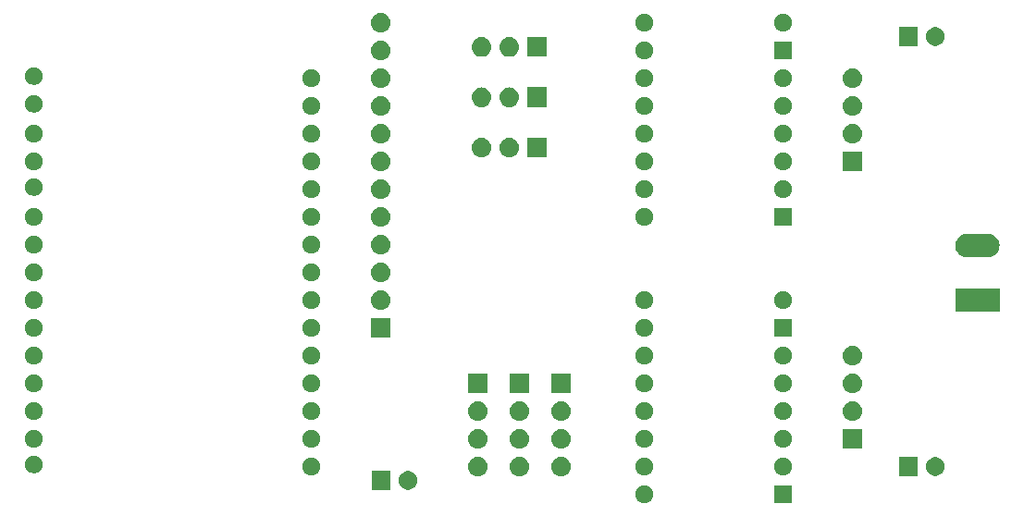
<source format=gbr>
G04 #@! TF.GenerationSoftware,KiCad,Pcbnew,5.1.4+dfsg1-1*
G04 #@! TF.CreationDate,2020-01-11T23:19:06+01:00*
G04 #@! TF.ProjectId,wbplotter,7762706c-6f74-4746-9572-2e6b69636164,rev?*
G04 #@! TF.SameCoordinates,Original*
G04 #@! TF.FileFunction,Soldermask,Top*
G04 #@! TF.FilePolarity,Negative*
%FSLAX46Y46*%
G04 Gerber Fmt 4.6, Leading zero omitted, Abs format (unit mm)*
G04 Created by KiCad (PCBNEW 5.1.4+dfsg1-1) date 2020-01-11 23:19:06*
%MOMM*%
%LPD*%
G04 APERTURE LIST*
%ADD10C,0.100000*%
G04 APERTURE END LIST*
D10*
G36*
X124003000Y-150673000D02*
G01*
X122377000Y-150673000D01*
X122377000Y-149047000D01*
X124003000Y-149047000D01*
X124003000Y-150673000D01*
X124003000Y-150673000D01*
G37*
G36*
X110727142Y-149078242D02*
G01*
X110875101Y-149139529D01*
X111008255Y-149228499D01*
X111121501Y-149341745D01*
X111210471Y-149474899D01*
X111271758Y-149622858D01*
X111303000Y-149779925D01*
X111303000Y-149940075D01*
X111271758Y-150097142D01*
X111210471Y-150245101D01*
X111121501Y-150378255D01*
X111008255Y-150491501D01*
X110875101Y-150580471D01*
X110727142Y-150641758D01*
X110570075Y-150673000D01*
X110409925Y-150673000D01*
X110252858Y-150641758D01*
X110104899Y-150580471D01*
X109971745Y-150491501D01*
X109858499Y-150378255D01*
X109769529Y-150245101D01*
X109708242Y-150097142D01*
X109677000Y-149940075D01*
X109677000Y-149779925D01*
X109708242Y-149622858D01*
X109769529Y-149474899D01*
X109858499Y-149341745D01*
X109971745Y-149228499D01*
X110104899Y-149139529D01*
X110252858Y-149078242D01*
X110409925Y-149047000D01*
X110570075Y-149047000D01*
X110727142Y-149078242D01*
X110727142Y-149078242D01*
G37*
G36*
X89108228Y-147771703D02*
G01*
X89263100Y-147835853D01*
X89402481Y-147928985D01*
X89521015Y-148047519D01*
X89614147Y-148186900D01*
X89678297Y-148341772D01*
X89711000Y-148506184D01*
X89711000Y-148673816D01*
X89678297Y-148838228D01*
X89614147Y-148993100D01*
X89521015Y-149132481D01*
X89402481Y-149251015D01*
X89263100Y-149344147D01*
X89108228Y-149408297D01*
X88943816Y-149441000D01*
X88776184Y-149441000D01*
X88611772Y-149408297D01*
X88456900Y-149344147D01*
X88317519Y-149251015D01*
X88198985Y-149132481D01*
X88105853Y-148993100D01*
X88041703Y-148838228D01*
X88009000Y-148673816D01*
X88009000Y-148506184D01*
X88041703Y-148341772D01*
X88105853Y-148186900D01*
X88198985Y-148047519D01*
X88317519Y-147928985D01*
X88456900Y-147835853D01*
X88611772Y-147771703D01*
X88776184Y-147739000D01*
X88943816Y-147739000D01*
X89108228Y-147771703D01*
X89108228Y-147771703D01*
G37*
G36*
X87211000Y-149441000D02*
G01*
X85509000Y-149441000D01*
X85509000Y-147739000D01*
X87211000Y-147739000D01*
X87211000Y-149441000D01*
X87211000Y-149441000D01*
G37*
G36*
X95360442Y-146425518D02*
G01*
X95426627Y-146432037D01*
X95596466Y-146483557D01*
X95752991Y-146567222D01*
X95788729Y-146596552D01*
X95890186Y-146679814D01*
X95970369Y-146777519D01*
X96002778Y-146817009D01*
X96086443Y-146973534D01*
X96137963Y-147143373D01*
X96155359Y-147320000D01*
X96137963Y-147496627D01*
X96086443Y-147666466D01*
X96002778Y-147822991D01*
X95992223Y-147835852D01*
X95890186Y-147960186D01*
X95792357Y-148040471D01*
X95752991Y-148072778D01*
X95596466Y-148156443D01*
X95426627Y-148207963D01*
X95360442Y-148214482D01*
X95294260Y-148221000D01*
X95205740Y-148221000D01*
X95139558Y-148214482D01*
X95073373Y-148207963D01*
X94903534Y-148156443D01*
X94747009Y-148072778D01*
X94707643Y-148040471D01*
X94609814Y-147960186D01*
X94507777Y-147835852D01*
X94497222Y-147822991D01*
X94413557Y-147666466D01*
X94362037Y-147496627D01*
X94344641Y-147320000D01*
X94362037Y-147143373D01*
X94413557Y-146973534D01*
X94497222Y-146817009D01*
X94529631Y-146777519D01*
X94609814Y-146679814D01*
X94711271Y-146596552D01*
X94747009Y-146567222D01*
X94903534Y-146483557D01*
X95073373Y-146432037D01*
X95139558Y-146425518D01*
X95205740Y-146419000D01*
X95294260Y-146419000D01*
X95360442Y-146425518D01*
X95360442Y-146425518D01*
G37*
G36*
X99170442Y-146425518D02*
G01*
X99236627Y-146432037D01*
X99406466Y-146483557D01*
X99562991Y-146567222D01*
X99598729Y-146596552D01*
X99700186Y-146679814D01*
X99780369Y-146777519D01*
X99812778Y-146817009D01*
X99896443Y-146973534D01*
X99947963Y-147143373D01*
X99965359Y-147320000D01*
X99947963Y-147496627D01*
X99896443Y-147666466D01*
X99812778Y-147822991D01*
X99802223Y-147835852D01*
X99700186Y-147960186D01*
X99602357Y-148040471D01*
X99562991Y-148072778D01*
X99406466Y-148156443D01*
X99236627Y-148207963D01*
X99170442Y-148214482D01*
X99104260Y-148221000D01*
X99015740Y-148221000D01*
X98949558Y-148214482D01*
X98883373Y-148207963D01*
X98713534Y-148156443D01*
X98557009Y-148072778D01*
X98517643Y-148040471D01*
X98419814Y-147960186D01*
X98317777Y-147835852D01*
X98307222Y-147822991D01*
X98223557Y-147666466D01*
X98172037Y-147496627D01*
X98154641Y-147320000D01*
X98172037Y-147143373D01*
X98223557Y-146973534D01*
X98307222Y-146817009D01*
X98339631Y-146777519D01*
X98419814Y-146679814D01*
X98521271Y-146596552D01*
X98557009Y-146567222D01*
X98713534Y-146483557D01*
X98883373Y-146432037D01*
X98949558Y-146425518D01*
X99015740Y-146419000D01*
X99104260Y-146419000D01*
X99170442Y-146425518D01*
X99170442Y-146425518D01*
G37*
G36*
X102980442Y-146425518D02*
G01*
X103046627Y-146432037D01*
X103216466Y-146483557D01*
X103372991Y-146567222D01*
X103408729Y-146596552D01*
X103510186Y-146679814D01*
X103590369Y-146777519D01*
X103622778Y-146817009D01*
X103706443Y-146973534D01*
X103757963Y-147143373D01*
X103775359Y-147320000D01*
X103757963Y-147496627D01*
X103706443Y-147666466D01*
X103622778Y-147822991D01*
X103612223Y-147835852D01*
X103510186Y-147960186D01*
X103412357Y-148040471D01*
X103372991Y-148072778D01*
X103216466Y-148156443D01*
X103046627Y-148207963D01*
X102980442Y-148214482D01*
X102914260Y-148221000D01*
X102825740Y-148221000D01*
X102759558Y-148214482D01*
X102693373Y-148207963D01*
X102523534Y-148156443D01*
X102367009Y-148072778D01*
X102327643Y-148040471D01*
X102229814Y-147960186D01*
X102127777Y-147835852D01*
X102117222Y-147822991D01*
X102033557Y-147666466D01*
X101982037Y-147496627D01*
X101964641Y-147320000D01*
X101982037Y-147143373D01*
X102033557Y-146973534D01*
X102117222Y-146817009D01*
X102149631Y-146777519D01*
X102229814Y-146679814D01*
X102331271Y-146596552D01*
X102367009Y-146567222D01*
X102523534Y-146483557D01*
X102693373Y-146432037D01*
X102759558Y-146425518D01*
X102825740Y-146419000D01*
X102914260Y-146419000D01*
X102980442Y-146425518D01*
X102980442Y-146425518D01*
G37*
G36*
X137368228Y-146501703D02*
G01*
X137523100Y-146565853D01*
X137662481Y-146658985D01*
X137781015Y-146777519D01*
X137874147Y-146916900D01*
X137938297Y-147071772D01*
X137971000Y-147236184D01*
X137971000Y-147403816D01*
X137938297Y-147568228D01*
X137874147Y-147723100D01*
X137781015Y-147862481D01*
X137662481Y-147981015D01*
X137523100Y-148074147D01*
X137368228Y-148138297D01*
X137203816Y-148171000D01*
X137036184Y-148171000D01*
X136871772Y-148138297D01*
X136716900Y-148074147D01*
X136577519Y-147981015D01*
X136458985Y-147862481D01*
X136365853Y-147723100D01*
X136301703Y-147568228D01*
X136269000Y-147403816D01*
X136269000Y-147236184D01*
X136301703Y-147071772D01*
X136365853Y-146916900D01*
X136458985Y-146777519D01*
X136577519Y-146658985D01*
X136716900Y-146565853D01*
X136871772Y-146501703D01*
X137036184Y-146469000D01*
X137203816Y-146469000D01*
X137368228Y-146501703D01*
X137368228Y-146501703D01*
G37*
G36*
X135471000Y-148171000D02*
G01*
X133769000Y-148171000D01*
X133769000Y-146469000D01*
X135471000Y-146469000D01*
X135471000Y-148171000D01*
X135471000Y-148171000D01*
G37*
G36*
X123427142Y-146538242D02*
G01*
X123575101Y-146599529D01*
X123708255Y-146688499D01*
X123821501Y-146801745D01*
X123910471Y-146934899D01*
X123971758Y-147082858D01*
X124003000Y-147239925D01*
X124003000Y-147400075D01*
X123971758Y-147557142D01*
X123910471Y-147705101D01*
X123821501Y-147838255D01*
X123708255Y-147951501D01*
X123575101Y-148040471D01*
X123427142Y-148101758D01*
X123270075Y-148133000D01*
X123109925Y-148133000D01*
X122952858Y-148101758D01*
X122804899Y-148040471D01*
X122671745Y-147951501D01*
X122558499Y-147838255D01*
X122469529Y-147705101D01*
X122408242Y-147557142D01*
X122377000Y-147400075D01*
X122377000Y-147239925D01*
X122408242Y-147082858D01*
X122469529Y-146934899D01*
X122558499Y-146801745D01*
X122671745Y-146688499D01*
X122804899Y-146599529D01*
X122952858Y-146538242D01*
X123109925Y-146507000D01*
X123270075Y-146507000D01*
X123427142Y-146538242D01*
X123427142Y-146538242D01*
G37*
G36*
X110727142Y-146538242D02*
G01*
X110875101Y-146599529D01*
X111008255Y-146688499D01*
X111121501Y-146801745D01*
X111210471Y-146934899D01*
X111271758Y-147082858D01*
X111303000Y-147239925D01*
X111303000Y-147400075D01*
X111271758Y-147557142D01*
X111210471Y-147705101D01*
X111121501Y-147838255D01*
X111008255Y-147951501D01*
X110875101Y-148040471D01*
X110727142Y-148101758D01*
X110570075Y-148133000D01*
X110409925Y-148133000D01*
X110252858Y-148101758D01*
X110104899Y-148040471D01*
X109971745Y-147951501D01*
X109858499Y-147838255D01*
X109769529Y-147705101D01*
X109708242Y-147557142D01*
X109677000Y-147400075D01*
X109677000Y-147239925D01*
X109708242Y-147082858D01*
X109769529Y-146934899D01*
X109858499Y-146801745D01*
X109971745Y-146688499D01*
X110104899Y-146599529D01*
X110252858Y-146538242D01*
X110409925Y-146507000D01*
X110570075Y-146507000D01*
X110727142Y-146538242D01*
X110727142Y-146538242D01*
G37*
G36*
X80247142Y-146538242D02*
G01*
X80395101Y-146599529D01*
X80528255Y-146688499D01*
X80641501Y-146801745D01*
X80730471Y-146934899D01*
X80791758Y-147082858D01*
X80823000Y-147239925D01*
X80823000Y-147400075D01*
X80791758Y-147557142D01*
X80730471Y-147705101D01*
X80641501Y-147838255D01*
X80528255Y-147951501D01*
X80395101Y-148040471D01*
X80247142Y-148101758D01*
X80090075Y-148133000D01*
X79929925Y-148133000D01*
X79772858Y-148101758D01*
X79624899Y-148040471D01*
X79491745Y-147951501D01*
X79378499Y-147838255D01*
X79289529Y-147705101D01*
X79228242Y-147557142D01*
X79197000Y-147400075D01*
X79197000Y-147239925D01*
X79228242Y-147082858D01*
X79289529Y-146934899D01*
X79378499Y-146801745D01*
X79491745Y-146688499D01*
X79624899Y-146599529D01*
X79772858Y-146538242D01*
X79929925Y-146507000D01*
X80090075Y-146507000D01*
X80247142Y-146538242D01*
X80247142Y-146538242D01*
G37*
G36*
X54847142Y-146339372D02*
G01*
X54995101Y-146400659D01*
X55128255Y-146489629D01*
X55241501Y-146602875D01*
X55330471Y-146736029D01*
X55391758Y-146883988D01*
X55423000Y-147041055D01*
X55423000Y-147201205D01*
X55391758Y-147358272D01*
X55330471Y-147506231D01*
X55241501Y-147639385D01*
X55128255Y-147752631D01*
X54995101Y-147841601D01*
X54847142Y-147902888D01*
X54690075Y-147934130D01*
X54529925Y-147934130D01*
X54372858Y-147902888D01*
X54224899Y-147841601D01*
X54091745Y-147752631D01*
X53978499Y-147639385D01*
X53889529Y-147506231D01*
X53828242Y-147358272D01*
X53797000Y-147201205D01*
X53797000Y-147041055D01*
X53828242Y-146883988D01*
X53889529Y-146736029D01*
X53978499Y-146602875D01*
X54091745Y-146489629D01*
X54224899Y-146400659D01*
X54372858Y-146339372D01*
X54529925Y-146308130D01*
X54690075Y-146308130D01*
X54847142Y-146339372D01*
X54847142Y-146339372D01*
G37*
G36*
X95360443Y-143885519D02*
G01*
X95426627Y-143892037D01*
X95596466Y-143943557D01*
X95752991Y-144027222D01*
X95788729Y-144056552D01*
X95890186Y-144139814D01*
X95973448Y-144241271D01*
X96002778Y-144277009D01*
X96086443Y-144433534D01*
X96137963Y-144603373D01*
X96155359Y-144780000D01*
X96137963Y-144956627D01*
X96086443Y-145126466D01*
X96002778Y-145282991D01*
X95990251Y-145298255D01*
X95890186Y-145420186D01*
X95792357Y-145500471D01*
X95752991Y-145532778D01*
X95596466Y-145616443D01*
X95426627Y-145667963D01*
X95360443Y-145674481D01*
X95294260Y-145681000D01*
X95205740Y-145681000D01*
X95139557Y-145674481D01*
X95073373Y-145667963D01*
X94903534Y-145616443D01*
X94747009Y-145532778D01*
X94707643Y-145500471D01*
X94609814Y-145420186D01*
X94509749Y-145298255D01*
X94497222Y-145282991D01*
X94413557Y-145126466D01*
X94362037Y-144956627D01*
X94344641Y-144780000D01*
X94362037Y-144603373D01*
X94413557Y-144433534D01*
X94497222Y-144277009D01*
X94526552Y-144241271D01*
X94609814Y-144139814D01*
X94711271Y-144056552D01*
X94747009Y-144027222D01*
X94903534Y-143943557D01*
X95073373Y-143892037D01*
X95139557Y-143885519D01*
X95205740Y-143879000D01*
X95294260Y-143879000D01*
X95360443Y-143885519D01*
X95360443Y-143885519D01*
G37*
G36*
X102980443Y-143885519D02*
G01*
X103046627Y-143892037D01*
X103216466Y-143943557D01*
X103372991Y-144027222D01*
X103408729Y-144056552D01*
X103510186Y-144139814D01*
X103593448Y-144241271D01*
X103622778Y-144277009D01*
X103706443Y-144433534D01*
X103757963Y-144603373D01*
X103775359Y-144780000D01*
X103757963Y-144956627D01*
X103706443Y-145126466D01*
X103622778Y-145282991D01*
X103610251Y-145298255D01*
X103510186Y-145420186D01*
X103412357Y-145500471D01*
X103372991Y-145532778D01*
X103216466Y-145616443D01*
X103046627Y-145667963D01*
X102980443Y-145674481D01*
X102914260Y-145681000D01*
X102825740Y-145681000D01*
X102759557Y-145674481D01*
X102693373Y-145667963D01*
X102523534Y-145616443D01*
X102367009Y-145532778D01*
X102327643Y-145500471D01*
X102229814Y-145420186D01*
X102129749Y-145298255D01*
X102117222Y-145282991D01*
X102033557Y-145126466D01*
X101982037Y-144956627D01*
X101964641Y-144780000D01*
X101982037Y-144603373D01*
X102033557Y-144433534D01*
X102117222Y-144277009D01*
X102146552Y-144241271D01*
X102229814Y-144139814D01*
X102331271Y-144056552D01*
X102367009Y-144027222D01*
X102523534Y-143943557D01*
X102693373Y-143892037D01*
X102759557Y-143885519D01*
X102825740Y-143879000D01*
X102914260Y-143879000D01*
X102980443Y-143885519D01*
X102980443Y-143885519D01*
G37*
G36*
X99170443Y-143885519D02*
G01*
X99236627Y-143892037D01*
X99406466Y-143943557D01*
X99562991Y-144027222D01*
X99598729Y-144056552D01*
X99700186Y-144139814D01*
X99783448Y-144241271D01*
X99812778Y-144277009D01*
X99896443Y-144433534D01*
X99947963Y-144603373D01*
X99965359Y-144780000D01*
X99947963Y-144956627D01*
X99896443Y-145126466D01*
X99812778Y-145282991D01*
X99800251Y-145298255D01*
X99700186Y-145420186D01*
X99602357Y-145500471D01*
X99562991Y-145532778D01*
X99406466Y-145616443D01*
X99236627Y-145667963D01*
X99170443Y-145674481D01*
X99104260Y-145681000D01*
X99015740Y-145681000D01*
X98949557Y-145674481D01*
X98883373Y-145667963D01*
X98713534Y-145616443D01*
X98557009Y-145532778D01*
X98517643Y-145500471D01*
X98419814Y-145420186D01*
X98319749Y-145298255D01*
X98307222Y-145282991D01*
X98223557Y-145126466D01*
X98172037Y-144956627D01*
X98154641Y-144780000D01*
X98172037Y-144603373D01*
X98223557Y-144433534D01*
X98307222Y-144277009D01*
X98336552Y-144241271D01*
X98419814Y-144139814D01*
X98521271Y-144056552D01*
X98557009Y-144027222D01*
X98713534Y-143943557D01*
X98883373Y-143892037D01*
X98949557Y-143885519D01*
X99015740Y-143879000D01*
X99104260Y-143879000D01*
X99170443Y-143885519D01*
X99170443Y-143885519D01*
G37*
G36*
X130441000Y-145681000D02*
G01*
X128639000Y-145681000D01*
X128639000Y-143879000D01*
X130441000Y-143879000D01*
X130441000Y-145681000D01*
X130441000Y-145681000D01*
G37*
G36*
X110727142Y-143998242D02*
G01*
X110875101Y-144059529D01*
X111008255Y-144148499D01*
X111121501Y-144261745D01*
X111210471Y-144394899D01*
X111271758Y-144542858D01*
X111303000Y-144699925D01*
X111303000Y-144860075D01*
X111271758Y-145017142D01*
X111210471Y-145165101D01*
X111121501Y-145298255D01*
X111008255Y-145411501D01*
X110875101Y-145500471D01*
X110727142Y-145561758D01*
X110570075Y-145593000D01*
X110409925Y-145593000D01*
X110252858Y-145561758D01*
X110104899Y-145500471D01*
X109971745Y-145411501D01*
X109858499Y-145298255D01*
X109769529Y-145165101D01*
X109708242Y-145017142D01*
X109677000Y-144860075D01*
X109677000Y-144699925D01*
X109708242Y-144542858D01*
X109769529Y-144394899D01*
X109858499Y-144261745D01*
X109971745Y-144148499D01*
X110104899Y-144059529D01*
X110252858Y-143998242D01*
X110409925Y-143967000D01*
X110570075Y-143967000D01*
X110727142Y-143998242D01*
X110727142Y-143998242D01*
G37*
G36*
X80247142Y-143998242D02*
G01*
X80395101Y-144059529D01*
X80528255Y-144148499D01*
X80641501Y-144261745D01*
X80730471Y-144394899D01*
X80791758Y-144542858D01*
X80823000Y-144699925D01*
X80823000Y-144860075D01*
X80791758Y-145017142D01*
X80730471Y-145165101D01*
X80641501Y-145298255D01*
X80528255Y-145411501D01*
X80395101Y-145500471D01*
X80247142Y-145561758D01*
X80090075Y-145593000D01*
X79929925Y-145593000D01*
X79772858Y-145561758D01*
X79624899Y-145500471D01*
X79491745Y-145411501D01*
X79378499Y-145298255D01*
X79289529Y-145165101D01*
X79228242Y-145017142D01*
X79197000Y-144860075D01*
X79197000Y-144699925D01*
X79228242Y-144542858D01*
X79289529Y-144394899D01*
X79378499Y-144261745D01*
X79491745Y-144148499D01*
X79624899Y-144059529D01*
X79772858Y-143998242D01*
X79929925Y-143967000D01*
X80090075Y-143967000D01*
X80247142Y-143998242D01*
X80247142Y-143998242D01*
G37*
G36*
X54847142Y-143998242D02*
G01*
X54995101Y-144059529D01*
X55128255Y-144148499D01*
X55241501Y-144261745D01*
X55330471Y-144394899D01*
X55391758Y-144542858D01*
X55423000Y-144699925D01*
X55423000Y-144860075D01*
X55391758Y-145017142D01*
X55330471Y-145165101D01*
X55241501Y-145298255D01*
X55128255Y-145411501D01*
X54995101Y-145500471D01*
X54847142Y-145561758D01*
X54690075Y-145593000D01*
X54529925Y-145593000D01*
X54372858Y-145561758D01*
X54224899Y-145500471D01*
X54091745Y-145411501D01*
X53978499Y-145298255D01*
X53889529Y-145165101D01*
X53828242Y-145017142D01*
X53797000Y-144860075D01*
X53797000Y-144699925D01*
X53828242Y-144542858D01*
X53889529Y-144394899D01*
X53978499Y-144261745D01*
X54091745Y-144148499D01*
X54224899Y-144059529D01*
X54372858Y-143998242D01*
X54529925Y-143967000D01*
X54690075Y-143967000D01*
X54847142Y-143998242D01*
X54847142Y-143998242D01*
G37*
G36*
X123427142Y-143998242D02*
G01*
X123575101Y-144059529D01*
X123708255Y-144148499D01*
X123821501Y-144261745D01*
X123910471Y-144394899D01*
X123971758Y-144542858D01*
X124003000Y-144699925D01*
X124003000Y-144860075D01*
X123971758Y-145017142D01*
X123910471Y-145165101D01*
X123821501Y-145298255D01*
X123708255Y-145411501D01*
X123575101Y-145500471D01*
X123427142Y-145561758D01*
X123270075Y-145593000D01*
X123109925Y-145593000D01*
X122952858Y-145561758D01*
X122804899Y-145500471D01*
X122671745Y-145411501D01*
X122558499Y-145298255D01*
X122469529Y-145165101D01*
X122408242Y-145017142D01*
X122377000Y-144860075D01*
X122377000Y-144699925D01*
X122408242Y-144542858D01*
X122469529Y-144394899D01*
X122558499Y-144261745D01*
X122671745Y-144148499D01*
X122804899Y-144059529D01*
X122952858Y-143998242D01*
X123109925Y-143967000D01*
X123270075Y-143967000D01*
X123427142Y-143998242D01*
X123427142Y-143998242D01*
G37*
G36*
X129650442Y-141345518D02*
G01*
X129716627Y-141352037D01*
X129886466Y-141403557D01*
X130042991Y-141487222D01*
X130078729Y-141516552D01*
X130180186Y-141599814D01*
X130263448Y-141701271D01*
X130292778Y-141737009D01*
X130376443Y-141893534D01*
X130427963Y-142063373D01*
X130445359Y-142240000D01*
X130427963Y-142416627D01*
X130376443Y-142586466D01*
X130292778Y-142742991D01*
X130280251Y-142758255D01*
X130180186Y-142880186D01*
X130082357Y-142960471D01*
X130042991Y-142992778D01*
X129886466Y-143076443D01*
X129716627Y-143127963D01*
X129650443Y-143134481D01*
X129584260Y-143141000D01*
X129495740Y-143141000D01*
X129429557Y-143134481D01*
X129363373Y-143127963D01*
X129193534Y-143076443D01*
X129037009Y-142992778D01*
X128997643Y-142960471D01*
X128899814Y-142880186D01*
X128799749Y-142758255D01*
X128787222Y-142742991D01*
X128703557Y-142586466D01*
X128652037Y-142416627D01*
X128634641Y-142240000D01*
X128652037Y-142063373D01*
X128703557Y-141893534D01*
X128787222Y-141737009D01*
X128816552Y-141701271D01*
X128899814Y-141599814D01*
X129001271Y-141516552D01*
X129037009Y-141487222D01*
X129193534Y-141403557D01*
X129363373Y-141352037D01*
X129429558Y-141345518D01*
X129495740Y-141339000D01*
X129584260Y-141339000D01*
X129650442Y-141345518D01*
X129650442Y-141345518D01*
G37*
G36*
X95360442Y-141345518D02*
G01*
X95426627Y-141352037D01*
X95596466Y-141403557D01*
X95752991Y-141487222D01*
X95788729Y-141516552D01*
X95890186Y-141599814D01*
X95973448Y-141701271D01*
X96002778Y-141737009D01*
X96086443Y-141893534D01*
X96137963Y-142063373D01*
X96155359Y-142240000D01*
X96137963Y-142416627D01*
X96086443Y-142586466D01*
X96002778Y-142742991D01*
X95990251Y-142758255D01*
X95890186Y-142880186D01*
X95792357Y-142960471D01*
X95752991Y-142992778D01*
X95596466Y-143076443D01*
X95426627Y-143127963D01*
X95360443Y-143134481D01*
X95294260Y-143141000D01*
X95205740Y-143141000D01*
X95139557Y-143134481D01*
X95073373Y-143127963D01*
X94903534Y-143076443D01*
X94747009Y-142992778D01*
X94707643Y-142960471D01*
X94609814Y-142880186D01*
X94509749Y-142758255D01*
X94497222Y-142742991D01*
X94413557Y-142586466D01*
X94362037Y-142416627D01*
X94344641Y-142240000D01*
X94362037Y-142063373D01*
X94413557Y-141893534D01*
X94497222Y-141737009D01*
X94526552Y-141701271D01*
X94609814Y-141599814D01*
X94711271Y-141516552D01*
X94747009Y-141487222D01*
X94903534Y-141403557D01*
X95073373Y-141352037D01*
X95139558Y-141345518D01*
X95205740Y-141339000D01*
X95294260Y-141339000D01*
X95360442Y-141345518D01*
X95360442Y-141345518D01*
G37*
G36*
X102980442Y-141345518D02*
G01*
X103046627Y-141352037D01*
X103216466Y-141403557D01*
X103372991Y-141487222D01*
X103408729Y-141516552D01*
X103510186Y-141599814D01*
X103593448Y-141701271D01*
X103622778Y-141737009D01*
X103706443Y-141893534D01*
X103757963Y-142063373D01*
X103775359Y-142240000D01*
X103757963Y-142416627D01*
X103706443Y-142586466D01*
X103622778Y-142742991D01*
X103610251Y-142758255D01*
X103510186Y-142880186D01*
X103412357Y-142960471D01*
X103372991Y-142992778D01*
X103216466Y-143076443D01*
X103046627Y-143127963D01*
X102980443Y-143134481D01*
X102914260Y-143141000D01*
X102825740Y-143141000D01*
X102759557Y-143134481D01*
X102693373Y-143127963D01*
X102523534Y-143076443D01*
X102367009Y-142992778D01*
X102327643Y-142960471D01*
X102229814Y-142880186D01*
X102129749Y-142758255D01*
X102117222Y-142742991D01*
X102033557Y-142586466D01*
X101982037Y-142416627D01*
X101964641Y-142240000D01*
X101982037Y-142063373D01*
X102033557Y-141893534D01*
X102117222Y-141737009D01*
X102146552Y-141701271D01*
X102229814Y-141599814D01*
X102331271Y-141516552D01*
X102367009Y-141487222D01*
X102523534Y-141403557D01*
X102693373Y-141352037D01*
X102759558Y-141345518D01*
X102825740Y-141339000D01*
X102914260Y-141339000D01*
X102980442Y-141345518D01*
X102980442Y-141345518D01*
G37*
G36*
X99170442Y-141345518D02*
G01*
X99236627Y-141352037D01*
X99406466Y-141403557D01*
X99562991Y-141487222D01*
X99598729Y-141516552D01*
X99700186Y-141599814D01*
X99783448Y-141701271D01*
X99812778Y-141737009D01*
X99896443Y-141893534D01*
X99947963Y-142063373D01*
X99965359Y-142240000D01*
X99947963Y-142416627D01*
X99896443Y-142586466D01*
X99812778Y-142742991D01*
X99800251Y-142758255D01*
X99700186Y-142880186D01*
X99602357Y-142960471D01*
X99562991Y-142992778D01*
X99406466Y-143076443D01*
X99236627Y-143127963D01*
X99170443Y-143134481D01*
X99104260Y-143141000D01*
X99015740Y-143141000D01*
X98949557Y-143134481D01*
X98883373Y-143127963D01*
X98713534Y-143076443D01*
X98557009Y-142992778D01*
X98517643Y-142960471D01*
X98419814Y-142880186D01*
X98319749Y-142758255D01*
X98307222Y-142742991D01*
X98223557Y-142586466D01*
X98172037Y-142416627D01*
X98154641Y-142240000D01*
X98172037Y-142063373D01*
X98223557Y-141893534D01*
X98307222Y-141737009D01*
X98336552Y-141701271D01*
X98419814Y-141599814D01*
X98521271Y-141516552D01*
X98557009Y-141487222D01*
X98713534Y-141403557D01*
X98883373Y-141352037D01*
X98949558Y-141345518D01*
X99015740Y-141339000D01*
X99104260Y-141339000D01*
X99170442Y-141345518D01*
X99170442Y-141345518D01*
G37*
G36*
X80247142Y-141458242D02*
G01*
X80395101Y-141519529D01*
X80528255Y-141608499D01*
X80641501Y-141721745D01*
X80730471Y-141854899D01*
X80791758Y-142002858D01*
X80823000Y-142159925D01*
X80823000Y-142320075D01*
X80791758Y-142477142D01*
X80730471Y-142625101D01*
X80641501Y-142758255D01*
X80528255Y-142871501D01*
X80395101Y-142960471D01*
X80247142Y-143021758D01*
X80090075Y-143053000D01*
X79929925Y-143053000D01*
X79772858Y-143021758D01*
X79624899Y-142960471D01*
X79491745Y-142871501D01*
X79378499Y-142758255D01*
X79289529Y-142625101D01*
X79228242Y-142477142D01*
X79197000Y-142320075D01*
X79197000Y-142159925D01*
X79228242Y-142002858D01*
X79289529Y-141854899D01*
X79378499Y-141721745D01*
X79491745Y-141608499D01*
X79624899Y-141519529D01*
X79772858Y-141458242D01*
X79929925Y-141427000D01*
X80090075Y-141427000D01*
X80247142Y-141458242D01*
X80247142Y-141458242D01*
G37*
G36*
X54847142Y-141458242D02*
G01*
X54995101Y-141519529D01*
X55128255Y-141608499D01*
X55241501Y-141721745D01*
X55330471Y-141854899D01*
X55391758Y-142002858D01*
X55423000Y-142159925D01*
X55423000Y-142320075D01*
X55391758Y-142477142D01*
X55330471Y-142625101D01*
X55241501Y-142758255D01*
X55128255Y-142871501D01*
X54995101Y-142960471D01*
X54847142Y-143021758D01*
X54690075Y-143053000D01*
X54529925Y-143053000D01*
X54372858Y-143021758D01*
X54224899Y-142960471D01*
X54091745Y-142871501D01*
X53978499Y-142758255D01*
X53889529Y-142625101D01*
X53828242Y-142477142D01*
X53797000Y-142320075D01*
X53797000Y-142159925D01*
X53828242Y-142002858D01*
X53889529Y-141854899D01*
X53978499Y-141721745D01*
X54091745Y-141608499D01*
X54224899Y-141519529D01*
X54372858Y-141458242D01*
X54529925Y-141427000D01*
X54690075Y-141427000D01*
X54847142Y-141458242D01*
X54847142Y-141458242D01*
G37*
G36*
X123427142Y-141458242D02*
G01*
X123575101Y-141519529D01*
X123708255Y-141608499D01*
X123821501Y-141721745D01*
X123910471Y-141854899D01*
X123971758Y-142002858D01*
X124003000Y-142159925D01*
X124003000Y-142320075D01*
X123971758Y-142477142D01*
X123910471Y-142625101D01*
X123821501Y-142758255D01*
X123708255Y-142871501D01*
X123575101Y-142960471D01*
X123427142Y-143021758D01*
X123270075Y-143053000D01*
X123109925Y-143053000D01*
X122952858Y-143021758D01*
X122804899Y-142960471D01*
X122671745Y-142871501D01*
X122558499Y-142758255D01*
X122469529Y-142625101D01*
X122408242Y-142477142D01*
X122377000Y-142320075D01*
X122377000Y-142159925D01*
X122408242Y-142002858D01*
X122469529Y-141854899D01*
X122558499Y-141721745D01*
X122671745Y-141608499D01*
X122804899Y-141519529D01*
X122952858Y-141458242D01*
X123109925Y-141427000D01*
X123270075Y-141427000D01*
X123427142Y-141458242D01*
X123427142Y-141458242D01*
G37*
G36*
X110727142Y-141458242D02*
G01*
X110875101Y-141519529D01*
X111008255Y-141608499D01*
X111121501Y-141721745D01*
X111210471Y-141854899D01*
X111271758Y-142002858D01*
X111303000Y-142159925D01*
X111303000Y-142320075D01*
X111271758Y-142477142D01*
X111210471Y-142625101D01*
X111121501Y-142758255D01*
X111008255Y-142871501D01*
X110875101Y-142960471D01*
X110727142Y-143021758D01*
X110570075Y-143053000D01*
X110409925Y-143053000D01*
X110252858Y-143021758D01*
X110104899Y-142960471D01*
X109971745Y-142871501D01*
X109858499Y-142758255D01*
X109769529Y-142625101D01*
X109708242Y-142477142D01*
X109677000Y-142320075D01*
X109677000Y-142159925D01*
X109708242Y-142002858D01*
X109769529Y-141854899D01*
X109858499Y-141721745D01*
X109971745Y-141608499D01*
X110104899Y-141519529D01*
X110252858Y-141458242D01*
X110409925Y-141427000D01*
X110570075Y-141427000D01*
X110727142Y-141458242D01*
X110727142Y-141458242D01*
G37*
G36*
X99961000Y-140601000D02*
G01*
X98159000Y-140601000D01*
X98159000Y-138799000D01*
X99961000Y-138799000D01*
X99961000Y-140601000D01*
X99961000Y-140601000D01*
G37*
G36*
X96151000Y-140601000D02*
G01*
X94349000Y-140601000D01*
X94349000Y-138799000D01*
X96151000Y-138799000D01*
X96151000Y-140601000D01*
X96151000Y-140601000D01*
G37*
G36*
X103771000Y-140601000D02*
G01*
X101969000Y-140601000D01*
X101969000Y-138799000D01*
X103771000Y-138799000D01*
X103771000Y-140601000D01*
X103771000Y-140601000D01*
G37*
G36*
X129650442Y-138805518D02*
G01*
X129716627Y-138812037D01*
X129886466Y-138863557D01*
X130042991Y-138947222D01*
X130078729Y-138976552D01*
X130180186Y-139059814D01*
X130263448Y-139161271D01*
X130292778Y-139197009D01*
X130376443Y-139353534D01*
X130427963Y-139523373D01*
X130445359Y-139700000D01*
X130427963Y-139876627D01*
X130376443Y-140046466D01*
X130292778Y-140202991D01*
X130280251Y-140218255D01*
X130180186Y-140340186D01*
X130082357Y-140420471D01*
X130042991Y-140452778D01*
X129886466Y-140536443D01*
X129716627Y-140587963D01*
X129650442Y-140594482D01*
X129584260Y-140601000D01*
X129495740Y-140601000D01*
X129429558Y-140594482D01*
X129363373Y-140587963D01*
X129193534Y-140536443D01*
X129037009Y-140452778D01*
X128997643Y-140420471D01*
X128899814Y-140340186D01*
X128799749Y-140218255D01*
X128787222Y-140202991D01*
X128703557Y-140046466D01*
X128652037Y-139876627D01*
X128634641Y-139700000D01*
X128652037Y-139523373D01*
X128703557Y-139353534D01*
X128787222Y-139197009D01*
X128816552Y-139161271D01*
X128899814Y-139059814D01*
X129001271Y-138976552D01*
X129037009Y-138947222D01*
X129193534Y-138863557D01*
X129363373Y-138812037D01*
X129429558Y-138805518D01*
X129495740Y-138799000D01*
X129584260Y-138799000D01*
X129650442Y-138805518D01*
X129650442Y-138805518D01*
G37*
G36*
X80247142Y-138918242D02*
G01*
X80395101Y-138979529D01*
X80528255Y-139068499D01*
X80641501Y-139181745D01*
X80730471Y-139314899D01*
X80791758Y-139462858D01*
X80823000Y-139619925D01*
X80823000Y-139780075D01*
X80791758Y-139937142D01*
X80730471Y-140085101D01*
X80641501Y-140218255D01*
X80528255Y-140331501D01*
X80395101Y-140420471D01*
X80247142Y-140481758D01*
X80090075Y-140513000D01*
X79929925Y-140513000D01*
X79772858Y-140481758D01*
X79624899Y-140420471D01*
X79491745Y-140331501D01*
X79378499Y-140218255D01*
X79289529Y-140085101D01*
X79228242Y-139937142D01*
X79197000Y-139780075D01*
X79197000Y-139619925D01*
X79228242Y-139462858D01*
X79289529Y-139314899D01*
X79378499Y-139181745D01*
X79491745Y-139068499D01*
X79624899Y-138979529D01*
X79772858Y-138918242D01*
X79929925Y-138887000D01*
X80090075Y-138887000D01*
X80247142Y-138918242D01*
X80247142Y-138918242D01*
G37*
G36*
X54847142Y-138918242D02*
G01*
X54995101Y-138979529D01*
X55128255Y-139068499D01*
X55241501Y-139181745D01*
X55330471Y-139314899D01*
X55391758Y-139462858D01*
X55423000Y-139619925D01*
X55423000Y-139780075D01*
X55391758Y-139937142D01*
X55330471Y-140085101D01*
X55241501Y-140218255D01*
X55128255Y-140331501D01*
X54995101Y-140420471D01*
X54847142Y-140481758D01*
X54690075Y-140513000D01*
X54529925Y-140513000D01*
X54372858Y-140481758D01*
X54224899Y-140420471D01*
X54091745Y-140331501D01*
X53978499Y-140218255D01*
X53889529Y-140085101D01*
X53828242Y-139937142D01*
X53797000Y-139780075D01*
X53797000Y-139619925D01*
X53828242Y-139462858D01*
X53889529Y-139314899D01*
X53978499Y-139181745D01*
X54091745Y-139068499D01*
X54224899Y-138979529D01*
X54372858Y-138918242D01*
X54529925Y-138887000D01*
X54690075Y-138887000D01*
X54847142Y-138918242D01*
X54847142Y-138918242D01*
G37*
G36*
X110727142Y-138918242D02*
G01*
X110875101Y-138979529D01*
X111008255Y-139068499D01*
X111121501Y-139181745D01*
X111210471Y-139314899D01*
X111271758Y-139462858D01*
X111303000Y-139619925D01*
X111303000Y-139780075D01*
X111271758Y-139937142D01*
X111210471Y-140085101D01*
X111121501Y-140218255D01*
X111008255Y-140331501D01*
X110875101Y-140420471D01*
X110727142Y-140481758D01*
X110570075Y-140513000D01*
X110409925Y-140513000D01*
X110252858Y-140481758D01*
X110104899Y-140420471D01*
X109971745Y-140331501D01*
X109858499Y-140218255D01*
X109769529Y-140085101D01*
X109708242Y-139937142D01*
X109677000Y-139780075D01*
X109677000Y-139619925D01*
X109708242Y-139462858D01*
X109769529Y-139314899D01*
X109858499Y-139181745D01*
X109971745Y-139068499D01*
X110104899Y-138979529D01*
X110252858Y-138918242D01*
X110409925Y-138887000D01*
X110570075Y-138887000D01*
X110727142Y-138918242D01*
X110727142Y-138918242D01*
G37*
G36*
X123427142Y-138918242D02*
G01*
X123575101Y-138979529D01*
X123708255Y-139068499D01*
X123821501Y-139181745D01*
X123910471Y-139314899D01*
X123971758Y-139462858D01*
X124003000Y-139619925D01*
X124003000Y-139780075D01*
X123971758Y-139937142D01*
X123910471Y-140085101D01*
X123821501Y-140218255D01*
X123708255Y-140331501D01*
X123575101Y-140420471D01*
X123427142Y-140481758D01*
X123270075Y-140513000D01*
X123109925Y-140513000D01*
X122952858Y-140481758D01*
X122804899Y-140420471D01*
X122671745Y-140331501D01*
X122558499Y-140218255D01*
X122469529Y-140085101D01*
X122408242Y-139937142D01*
X122377000Y-139780075D01*
X122377000Y-139619925D01*
X122408242Y-139462858D01*
X122469529Y-139314899D01*
X122558499Y-139181745D01*
X122671745Y-139068499D01*
X122804899Y-138979529D01*
X122952858Y-138918242D01*
X123109925Y-138887000D01*
X123270075Y-138887000D01*
X123427142Y-138918242D01*
X123427142Y-138918242D01*
G37*
G36*
X129650443Y-136265519D02*
G01*
X129716627Y-136272037D01*
X129886466Y-136323557D01*
X130042991Y-136407222D01*
X130078729Y-136436552D01*
X130180186Y-136519814D01*
X130263448Y-136621271D01*
X130292778Y-136657009D01*
X130376443Y-136813534D01*
X130427963Y-136983373D01*
X130445359Y-137160000D01*
X130427963Y-137336627D01*
X130376443Y-137506466D01*
X130292778Y-137662991D01*
X130280251Y-137678255D01*
X130180186Y-137800186D01*
X130082357Y-137880471D01*
X130042991Y-137912778D01*
X129886466Y-137996443D01*
X129716627Y-138047963D01*
X129650442Y-138054482D01*
X129584260Y-138061000D01*
X129495740Y-138061000D01*
X129429558Y-138054482D01*
X129363373Y-138047963D01*
X129193534Y-137996443D01*
X129037009Y-137912778D01*
X128997643Y-137880471D01*
X128899814Y-137800186D01*
X128799749Y-137678255D01*
X128787222Y-137662991D01*
X128703557Y-137506466D01*
X128652037Y-137336627D01*
X128634641Y-137160000D01*
X128652037Y-136983373D01*
X128703557Y-136813534D01*
X128787222Y-136657009D01*
X128816552Y-136621271D01*
X128899814Y-136519814D01*
X129001271Y-136436552D01*
X129037009Y-136407222D01*
X129193534Y-136323557D01*
X129363373Y-136272037D01*
X129429557Y-136265519D01*
X129495740Y-136259000D01*
X129584260Y-136259000D01*
X129650443Y-136265519D01*
X129650443Y-136265519D01*
G37*
G36*
X54847142Y-136378242D02*
G01*
X54995101Y-136439529D01*
X55128255Y-136528499D01*
X55241501Y-136641745D01*
X55330471Y-136774899D01*
X55391758Y-136922858D01*
X55423000Y-137079925D01*
X55423000Y-137240075D01*
X55391758Y-137397142D01*
X55330471Y-137545101D01*
X55241501Y-137678255D01*
X55128255Y-137791501D01*
X54995101Y-137880471D01*
X54847142Y-137941758D01*
X54690075Y-137973000D01*
X54529925Y-137973000D01*
X54372858Y-137941758D01*
X54224899Y-137880471D01*
X54091745Y-137791501D01*
X53978499Y-137678255D01*
X53889529Y-137545101D01*
X53828242Y-137397142D01*
X53797000Y-137240075D01*
X53797000Y-137079925D01*
X53828242Y-136922858D01*
X53889529Y-136774899D01*
X53978499Y-136641745D01*
X54091745Y-136528499D01*
X54224899Y-136439529D01*
X54372858Y-136378242D01*
X54529925Y-136347000D01*
X54690075Y-136347000D01*
X54847142Y-136378242D01*
X54847142Y-136378242D01*
G37*
G36*
X110727142Y-136378242D02*
G01*
X110875101Y-136439529D01*
X111008255Y-136528499D01*
X111121501Y-136641745D01*
X111210471Y-136774899D01*
X111271758Y-136922858D01*
X111303000Y-137079925D01*
X111303000Y-137240075D01*
X111271758Y-137397142D01*
X111210471Y-137545101D01*
X111121501Y-137678255D01*
X111008255Y-137791501D01*
X110875101Y-137880471D01*
X110727142Y-137941758D01*
X110570075Y-137973000D01*
X110409925Y-137973000D01*
X110252858Y-137941758D01*
X110104899Y-137880471D01*
X109971745Y-137791501D01*
X109858499Y-137678255D01*
X109769529Y-137545101D01*
X109708242Y-137397142D01*
X109677000Y-137240075D01*
X109677000Y-137079925D01*
X109708242Y-136922858D01*
X109769529Y-136774899D01*
X109858499Y-136641745D01*
X109971745Y-136528499D01*
X110104899Y-136439529D01*
X110252858Y-136378242D01*
X110409925Y-136347000D01*
X110570075Y-136347000D01*
X110727142Y-136378242D01*
X110727142Y-136378242D01*
G37*
G36*
X123427142Y-136378242D02*
G01*
X123575101Y-136439529D01*
X123708255Y-136528499D01*
X123821501Y-136641745D01*
X123910471Y-136774899D01*
X123971758Y-136922858D01*
X124003000Y-137079925D01*
X124003000Y-137240075D01*
X123971758Y-137397142D01*
X123910471Y-137545101D01*
X123821501Y-137678255D01*
X123708255Y-137791501D01*
X123575101Y-137880471D01*
X123427142Y-137941758D01*
X123270075Y-137973000D01*
X123109925Y-137973000D01*
X122952858Y-137941758D01*
X122804899Y-137880471D01*
X122671745Y-137791501D01*
X122558499Y-137678255D01*
X122469529Y-137545101D01*
X122408242Y-137397142D01*
X122377000Y-137240075D01*
X122377000Y-137079925D01*
X122408242Y-136922858D01*
X122469529Y-136774899D01*
X122558499Y-136641745D01*
X122671745Y-136528499D01*
X122804899Y-136439529D01*
X122952858Y-136378242D01*
X123109925Y-136347000D01*
X123270075Y-136347000D01*
X123427142Y-136378242D01*
X123427142Y-136378242D01*
G37*
G36*
X80247142Y-136378242D02*
G01*
X80395101Y-136439529D01*
X80528255Y-136528499D01*
X80641501Y-136641745D01*
X80730471Y-136774899D01*
X80791758Y-136922858D01*
X80823000Y-137079925D01*
X80823000Y-137240075D01*
X80791758Y-137397142D01*
X80730471Y-137545101D01*
X80641501Y-137678255D01*
X80528255Y-137791501D01*
X80395101Y-137880471D01*
X80247142Y-137941758D01*
X80090075Y-137973000D01*
X79929925Y-137973000D01*
X79772858Y-137941758D01*
X79624899Y-137880471D01*
X79491745Y-137791501D01*
X79378499Y-137678255D01*
X79289529Y-137545101D01*
X79228242Y-137397142D01*
X79197000Y-137240075D01*
X79197000Y-137079925D01*
X79228242Y-136922858D01*
X79289529Y-136774899D01*
X79378499Y-136641745D01*
X79491745Y-136528499D01*
X79624899Y-136439529D01*
X79772858Y-136378242D01*
X79929925Y-136347000D01*
X80090075Y-136347000D01*
X80247142Y-136378242D01*
X80247142Y-136378242D01*
G37*
G36*
X87261000Y-135521000D02*
G01*
X85459000Y-135521000D01*
X85459000Y-133719000D01*
X87261000Y-133719000D01*
X87261000Y-135521000D01*
X87261000Y-135521000D01*
G37*
G36*
X54847142Y-133838242D02*
G01*
X54995101Y-133899529D01*
X55128255Y-133988499D01*
X55241501Y-134101745D01*
X55330471Y-134234899D01*
X55391758Y-134382858D01*
X55423000Y-134539925D01*
X55423000Y-134700075D01*
X55391758Y-134857142D01*
X55330471Y-135005101D01*
X55241501Y-135138255D01*
X55128255Y-135251501D01*
X54995101Y-135340471D01*
X54847142Y-135401758D01*
X54690075Y-135433000D01*
X54529925Y-135433000D01*
X54372858Y-135401758D01*
X54224899Y-135340471D01*
X54091745Y-135251501D01*
X53978499Y-135138255D01*
X53889529Y-135005101D01*
X53828242Y-134857142D01*
X53797000Y-134700075D01*
X53797000Y-134539925D01*
X53828242Y-134382858D01*
X53889529Y-134234899D01*
X53978499Y-134101745D01*
X54091745Y-133988499D01*
X54224899Y-133899529D01*
X54372858Y-133838242D01*
X54529925Y-133807000D01*
X54690075Y-133807000D01*
X54847142Y-133838242D01*
X54847142Y-133838242D01*
G37*
G36*
X80247142Y-133838242D02*
G01*
X80395101Y-133899529D01*
X80528255Y-133988499D01*
X80641501Y-134101745D01*
X80730471Y-134234899D01*
X80791758Y-134382858D01*
X80823000Y-134539925D01*
X80823000Y-134700075D01*
X80791758Y-134857142D01*
X80730471Y-135005101D01*
X80641501Y-135138255D01*
X80528255Y-135251501D01*
X80395101Y-135340471D01*
X80247142Y-135401758D01*
X80090075Y-135433000D01*
X79929925Y-135433000D01*
X79772858Y-135401758D01*
X79624899Y-135340471D01*
X79491745Y-135251501D01*
X79378499Y-135138255D01*
X79289529Y-135005101D01*
X79228242Y-134857142D01*
X79197000Y-134700075D01*
X79197000Y-134539925D01*
X79228242Y-134382858D01*
X79289529Y-134234899D01*
X79378499Y-134101745D01*
X79491745Y-133988499D01*
X79624899Y-133899529D01*
X79772858Y-133838242D01*
X79929925Y-133807000D01*
X80090075Y-133807000D01*
X80247142Y-133838242D01*
X80247142Y-133838242D01*
G37*
G36*
X110727142Y-133838242D02*
G01*
X110875101Y-133899529D01*
X111008255Y-133988499D01*
X111121501Y-134101745D01*
X111210471Y-134234899D01*
X111271758Y-134382858D01*
X111303000Y-134539925D01*
X111303000Y-134700075D01*
X111271758Y-134857142D01*
X111210471Y-135005101D01*
X111121501Y-135138255D01*
X111008255Y-135251501D01*
X110875101Y-135340471D01*
X110727142Y-135401758D01*
X110570075Y-135433000D01*
X110409925Y-135433000D01*
X110252858Y-135401758D01*
X110104899Y-135340471D01*
X109971745Y-135251501D01*
X109858499Y-135138255D01*
X109769529Y-135005101D01*
X109708242Y-134857142D01*
X109677000Y-134700075D01*
X109677000Y-134539925D01*
X109708242Y-134382858D01*
X109769529Y-134234899D01*
X109858499Y-134101745D01*
X109971745Y-133988499D01*
X110104899Y-133899529D01*
X110252858Y-133838242D01*
X110409925Y-133807000D01*
X110570075Y-133807000D01*
X110727142Y-133838242D01*
X110727142Y-133838242D01*
G37*
G36*
X124003000Y-135433000D02*
G01*
X122377000Y-135433000D01*
X122377000Y-133807000D01*
X124003000Y-133807000D01*
X124003000Y-135433000D01*
X124003000Y-135433000D01*
G37*
G36*
X143001000Y-133121000D02*
G01*
X138939000Y-133121000D01*
X138939000Y-131039000D01*
X143001000Y-131039000D01*
X143001000Y-133121000D01*
X143001000Y-133121000D01*
G37*
G36*
X86470442Y-131185518D02*
G01*
X86536627Y-131192037D01*
X86706466Y-131243557D01*
X86862991Y-131327222D01*
X86898729Y-131356552D01*
X87000186Y-131439814D01*
X87083448Y-131541271D01*
X87112778Y-131577009D01*
X87196443Y-131733534D01*
X87247963Y-131903373D01*
X87265359Y-132080000D01*
X87247963Y-132256627D01*
X87196443Y-132426466D01*
X87112778Y-132582991D01*
X87100251Y-132598255D01*
X87000186Y-132720186D01*
X86902357Y-132800471D01*
X86862991Y-132832778D01*
X86706466Y-132916443D01*
X86536627Y-132967963D01*
X86470443Y-132974481D01*
X86404260Y-132981000D01*
X86315740Y-132981000D01*
X86249557Y-132974481D01*
X86183373Y-132967963D01*
X86013534Y-132916443D01*
X85857009Y-132832778D01*
X85817643Y-132800471D01*
X85719814Y-132720186D01*
X85619749Y-132598255D01*
X85607222Y-132582991D01*
X85523557Y-132426466D01*
X85472037Y-132256627D01*
X85454641Y-132080000D01*
X85472037Y-131903373D01*
X85523557Y-131733534D01*
X85607222Y-131577009D01*
X85636552Y-131541271D01*
X85719814Y-131439814D01*
X85821271Y-131356552D01*
X85857009Y-131327222D01*
X86013534Y-131243557D01*
X86183373Y-131192037D01*
X86249558Y-131185518D01*
X86315740Y-131179000D01*
X86404260Y-131179000D01*
X86470442Y-131185518D01*
X86470442Y-131185518D01*
G37*
G36*
X80247142Y-131298242D02*
G01*
X80395101Y-131359529D01*
X80528255Y-131448499D01*
X80641501Y-131561745D01*
X80730471Y-131694899D01*
X80791758Y-131842858D01*
X80823000Y-131999925D01*
X80823000Y-132160075D01*
X80791758Y-132317142D01*
X80730471Y-132465101D01*
X80641501Y-132598255D01*
X80528255Y-132711501D01*
X80395101Y-132800471D01*
X80247142Y-132861758D01*
X80090075Y-132893000D01*
X79929925Y-132893000D01*
X79772858Y-132861758D01*
X79624899Y-132800471D01*
X79491745Y-132711501D01*
X79378499Y-132598255D01*
X79289529Y-132465101D01*
X79228242Y-132317142D01*
X79197000Y-132160075D01*
X79197000Y-131999925D01*
X79228242Y-131842858D01*
X79289529Y-131694899D01*
X79378499Y-131561745D01*
X79491745Y-131448499D01*
X79624899Y-131359529D01*
X79772858Y-131298242D01*
X79929925Y-131267000D01*
X80090075Y-131267000D01*
X80247142Y-131298242D01*
X80247142Y-131298242D01*
G37*
G36*
X54847142Y-131298242D02*
G01*
X54995101Y-131359529D01*
X55128255Y-131448499D01*
X55241501Y-131561745D01*
X55330471Y-131694899D01*
X55391758Y-131842858D01*
X55423000Y-131999925D01*
X55423000Y-132160075D01*
X55391758Y-132317142D01*
X55330471Y-132465101D01*
X55241501Y-132598255D01*
X55128255Y-132711501D01*
X54995101Y-132800471D01*
X54847142Y-132861758D01*
X54690075Y-132893000D01*
X54529925Y-132893000D01*
X54372858Y-132861758D01*
X54224899Y-132800471D01*
X54091745Y-132711501D01*
X53978499Y-132598255D01*
X53889529Y-132465101D01*
X53828242Y-132317142D01*
X53797000Y-132160075D01*
X53797000Y-131999925D01*
X53828242Y-131842858D01*
X53889529Y-131694899D01*
X53978499Y-131561745D01*
X54091745Y-131448499D01*
X54224899Y-131359529D01*
X54372858Y-131298242D01*
X54529925Y-131267000D01*
X54690075Y-131267000D01*
X54847142Y-131298242D01*
X54847142Y-131298242D01*
G37*
G36*
X123427142Y-131298242D02*
G01*
X123575101Y-131359529D01*
X123708255Y-131448499D01*
X123821501Y-131561745D01*
X123910471Y-131694899D01*
X123971758Y-131842858D01*
X124003000Y-131999925D01*
X124003000Y-132160075D01*
X123971758Y-132317142D01*
X123910471Y-132465101D01*
X123821501Y-132598255D01*
X123708255Y-132711501D01*
X123575101Y-132800471D01*
X123427142Y-132861758D01*
X123270075Y-132893000D01*
X123109925Y-132893000D01*
X122952858Y-132861758D01*
X122804899Y-132800471D01*
X122671745Y-132711501D01*
X122558499Y-132598255D01*
X122469529Y-132465101D01*
X122408242Y-132317142D01*
X122377000Y-132160075D01*
X122377000Y-131999925D01*
X122408242Y-131842858D01*
X122469529Y-131694899D01*
X122558499Y-131561745D01*
X122671745Y-131448499D01*
X122804899Y-131359529D01*
X122952858Y-131298242D01*
X123109925Y-131267000D01*
X123270075Y-131267000D01*
X123427142Y-131298242D01*
X123427142Y-131298242D01*
G37*
G36*
X110727142Y-131298242D02*
G01*
X110875101Y-131359529D01*
X111008255Y-131448499D01*
X111121501Y-131561745D01*
X111210471Y-131694899D01*
X111271758Y-131842858D01*
X111303000Y-131999925D01*
X111303000Y-132160075D01*
X111271758Y-132317142D01*
X111210471Y-132465101D01*
X111121501Y-132598255D01*
X111008255Y-132711501D01*
X110875101Y-132800471D01*
X110727142Y-132861758D01*
X110570075Y-132893000D01*
X110409925Y-132893000D01*
X110252858Y-132861758D01*
X110104899Y-132800471D01*
X109971745Y-132711501D01*
X109858499Y-132598255D01*
X109769529Y-132465101D01*
X109708242Y-132317142D01*
X109677000Y-132160075D01*
X109677000Y-131999925D01*
X109708242Y-131842858D01*
X109769529Y-131694899D01*
X109858499Y-131561745D01*
X109971745Y-131448499D01*
X110104899Y-131359529D01*
X110252858Y-131298242D01*
X110409925Y-131267000D01*
X110570075Y-131267000D01*
X110727142Y-131298242D01*
X110727142Y-131298242D01*
G37*
G36*
X86470443Y-128645519D02*
G01*
X86536627Y-128652037D01*
X86706466Y-128703557D01*
X86862991Y-128787222D01*
X86898729Y-128816552D01*
X87000186Y-128899814D01*
X87083448Y-129001271D01*
X87112778Y-129037009D01*
X87196443Y-129193534D01*
X87247963Y-129363373D01*
X87265359Y-129540000D01*
X87247963Y-129716627D01*
X87196443Y-129886466D01*
X87112778Y-130042991D01*
X87100251Y-130058255D01*
X87000186Y-130180186D01*
X86902357Y-130260471D01*
X86862991Y-130292778D01*
X86706466Y-130376443D01*
X86536627Y-130427963D01*
X86470443Y-130434481D01*
X86404260Y-130441000D01*
X86315740Y-130441000D01*
X86249557Y-130434481D01*
X86183373Y-130427963D01*
X86013534Y-130376443D01*
X85857009Y-130292778D01*
X85817643Y-130260471D01*
X85719814Y-130180186D01*
X85619749Y-130058255D01*
X85607222Y-130042991D01*
X85523557Y-129886466D01*
X85472037Y-129716627D01*
X85454641Y-129540000D01*
X85472037Y-129363373D01*
X85523557Y-129193534D01*
X85607222Y-129037009D01*
X85636552Y-129001271D01*
X85719814Y-128899814D01*
X85821271Y-128816552D01*
X85857009Y-128787222D01*
X86013534Y-128703557D01*
X86183373Y-128652037D01*
X86249557Y-128645519D01*
X86315740Y-128639000D01*
X86404260Y-128639000D01*
X86470443Y-128645519D01*
X86470443Y-128645519D01*
G37*
G36*
X80247142Y-128758242D02*
G01*
X80395101Y-128819529D01*
X80528255Y-128908499D01*
X80641501Y-129021745D01*
X80730471Y-129154899D01*
X80791758Y-129302858D01*
X80823000Y-129459925D01*
X80823000Y-129620075D01*
X80791758Y-129777142D01*
X80730471Y-129925101D01*
X80641501Y-130058255D01*
X80528255Y-130171501D01*
X80395101Y-130260471D01*
X80247142Y-130321758D01*
X80090075Y-130353000D01*
X79929925Y-130353000D01*
X79772858Y-130321758D01*
X79624899Y-130260471D01*
X79491745Y-130171501D01*
X79378499Y-130058255D01*
X79289529Y-129925101D01*
X79228242Y-129777142D01*
X79197000Y-129620075D01*
X79197000Y-129459925D01*
X79228242Y-129302858D01*
X79289529Y-129154899D01*
X79378499Y-129021745D01*
X79491745Y-128908499D01*
X79624899Y-128819529D01*
X79772858Y-128758242D01*
X79929925Y-128727000D01*
X80090075Y-128727000D01*
X80247142Y-128758242D01*
X80247142Y-128758242D01*
G37*
G36*
X54847142Y-128758242D02*
G01*
X54995101Y-128819529D01*
X55128255Y-128908499D01*
X55241501Y-129021745D01*
X55330471Y-129154899D01*
X55391758Y-129302858D01*
X55423000Y-129459925D01*
X55423000Y-129620075D01*
X55391758Y-129777142D01*
X55330471Y-129925101D01*
X55241501Y-130058255D01*
X55128255Y-130171501D01*
X54995101Y-130260471D01*
X54847142Y-130321758D01*
X54690075Y-130353000D01*
X54529925Y-130353000D01*
X54372858Y-130321758D01*
X54224899Y-130260471D01*
X54091745Y-130171501D01*
X53978499Y-130058255D01*
X53889529Y-129925101D01*
X53828242Y-129777142D01*
X53797000Y-129620075D01*
X53797000Y-129459925D01*
X53828242Y-129302858D01*
X53889529Y-129154899D01*
X53978499Y-129021745D01*
X54091745Y-128908499D01*
X54224899Y-128819529D01*
X54372858Y-128758242D01*
X54529925Y-128727000D01*
X54690075Y-128727000D01*
X54847142Y-128758242D01*
X54847142Y-128758242D01*
G37*
G36*
X142062112Y-126044021D02*
G01*
X142164072Y-126054063D01*
X142360301Y-126113589D01*
X142360303Y-126113590D01*
X142541145Y-126210252D01*
X142699660Y-126340340D01*
X142829748Y-126498855D01*
X142926410Y-126679697D01*
X142926411Y-126679699D01*
X142985937Y-126875928D01*
X143006036Y-127080000D01*
X142985937Y-127284072D01*
X142926411Y-127480301D01*
X142926410Y-127480303D01*
X142829748Y-127661145D01*
X142699660Y-127819660D01*
X142541145Y-127949748D01*
X142360303Y-128046410D01*
X142360301Y-128046411D01*
X142164072Y-128105937D01*
X142062112Y-128115979D01*
X142011133Y-128121000D01*
X139928867Y-128121000D01*
X139877888Y-128115979D01*
X139775928Y-128105937D01*
X139579699Y-128046411D01*
X139579697Y-128046410D01*
X139398855Y-127949748D01*
X139240340Y-127819660D01*
X139110252Y-127661145D01*
X139013590Y-127480303D01*
X139013589Y-127480301D01*
X138954063Y-127284072D01*
X138933964Y-127080000D01*
X138954063Y-126875928D01*
X139013589Y-126679699D01*
X139013590Y-126679697D01*
X139110252Y-126498855D01*
X139240340Y-126340340D01*
X139398855Y-126210252D01*
X139579697Y-126113590D01*
X139579699Y-126113589D01*
X139775928Y-126054063D01*
X139877888Y-126044021D01*
X139928867Y-126039000D01*
X142011133Y-126039000D01*
X142062112Y-126044021D01*
X142062112Y-126044021D01*
G37*
G36*
X86470443Y-126105519D02*
G01*
X86536627Y-126112037D01*
X86706466Y-126163557D01*
X86862991Y-126247222D01*
X86898729Y-126276552D01*
X87000186Y-126359814D01*
X87083448Y-126461271D01*
X87112778Y-126497009D01*
X87196443Y-126653534D01*
X87247963Y-126823373D01*
X87265359Y-127000000D01*
X87247963Y-127176627D01*
X87196443Y-127346466D01*
X87112778Y-127502991D01*
X87100251Y-127518255D01*
X87000186Y-127640186D01*
X86902357Y-127720471D01*
X86862991Y-127752778D01*
X86706466Y-127836443D01*
X86536627Y-127887963D01*
X86470442Y-127894482D01*
X86404260Y-127901000D01*
X86315740Y-127901000D01*
X86249558Y-127894482D01*
X86183373Y-127887963D01*
X86013534Y-127836443D01*
X85857009Y-127752778D01*
X85817643Y-127720471D01*
X85719814Y-127640186D01*
X85619749Y-127518255D01*
X85607222Y-127502991D01*
X85523557Y-127346466D01*
X85472037Y-127176627D01*
X85454641Y-127000000D01*
X85472037Y-126823373D01*
X85523557Y-126653534D01*
X85607222Y-126497009D01*
X85636552Y-126461271D01*
X85719814Y-126359814D01*
X85821271Y-126276552D01*
X85857009Y-126247222D01*
X86013534Y-126163557D01*
X86183373Y-126112037D01*
X86249557Y-126105519D01*
X86315740Y-126099000D01*
X86404260Y-126099000D01*
X86470443Y-126105519D01*
X86470443Y-126105519D01*
G37*
G36*
X80247142Y-126218242D02*
G01*
X80395101Y-126279529D01*
X80528255Y-126368499D01*
X80641501Y-126481745D01*
X80730471Y-126614899D01*
X80791758Y-126762858D01*
X80823000Y-126919925D01*
X80823000Y-127080075D01*
X80791758Y-127237142D01*
X80730471Y-127385101D01*
X80641501Y-127518255D01*
X80528255Y-127631501D01*
X80395101Y-127720471D01*
X80247142Y-127781758D01*
X80090075Y-127813000D01*
X79929925Y-127813000D01*
X79772858Y-127781758D01*
X79624899Y-127720471D01*
X79491745Y-127631501D01*
X79378499Y-127518255D01*
X79289529Y-127385101D01*
X79228242Y-127237142D01*
X79197000Y-127080075D01*
X79197000Y-126919925D01*
X79228242Y-126762858D01*
X79289529Y-126614899D01*
X79378499Y-126481745D01*
X79491745Y-126368499D01*
X79624899Y-126279529D01*
X79772858Y-126218242D01*
X79929925Y-126187000D01*
X80090075Y-126187000D01*
X80247142Y-126218242D01*
X80247142Y-126218242D01*
G37*
G36*
X54847142Y-126218242D02*
G01*
X54995101Y-126279529D01*
X55128255Y-126368499D01*
X55241501Y-126481745D01*
X55330471Y-126614899D01*
X55391758Y-126762858D01*
X55423000Y-126919925D01*
X55423000Y-127080075D01*
X55391758Y-127237142D01*
X55330471Y-127385101D01*
X55241501Y-127518255D01*
X55128255Y-127631501D01*
X54995101Y-127720471D01*
X54847142Y-127781758D01*
X54690075Y-127813000D01*
X54529925Y-127813000D01*
X54372858Y-127781758D01*
X54224899Y-127720471D01*
X54091745Y-127631501D01*
X53978499Y-127518255D01*
X53889529Y-127385101D01*
X53828242Y-127237142D01*
X53797000Y-127080075D01*
X53797000Y-126919925D01*
X53828242Y-126762858D01*
X53889529Y-126614899D01*
X53978499Y-126481745D01*
X54091745Y-126368499D01*
X54224899Y-126279529D01*
X54372858Y-126218242D01*
X54529925Y-126187000D01*
X54690075Y-126187000D01*
X54847142Y-126218242D01*
X54847142Y-126218242D01*
G37*
G36*
X86470442Y-123565518D02*
G01*
X86536627Y-123572037D01*
X86706466Y-123623557D01*
X86862991Y-123707222D01*
X86898729Y-123736552D01*
X87000186Y-123819814D01*
X87083448Y-123921271D01*
X87112778Y-123957009D01*
X87196443Y-124113534D01*
X87247963Y-124283373D01*
X87265359Y-124460000D01*
X87247963Y-124636627D01*
X87196443Y-124806466D01*
X87112778Y-124962991D01*
X87100251Y-124978255D01*
X87000186Y-125100186D01*
X86902357Y-125180471D01*
X86862991Y-125212778D01*
X86706466Y-125296443D01*
X86536627Y-125347963D01*
X86470442Y-125354482D01*
X86404260Y-125361000D01*
X86315740Y-125361000D01*
X86249558Y-125354482D01*
X86183373Y-125347963D01*
X86013534Y-125296443D01*
X85857009Y-125212778D01*
X85817643Y-125180471D01*
X85719814Y-125100186D01*
X85619749Y-124978255D01*
X85607222Y-124962991D01*
X85523557Y-124806466D01*
X85472037Y-124636627D01*
X85454641Y-124460000D01*
X85472037Y-124283373D01*
X85523557Y-124113534D01*
X85607222Y-123957009D01*
X85636552Y-123921271D01*
X85719814Y-123819814D01*
X85821271Y-123736552D01*
X85857009Y-123707222D01*
X86013534Y-123623557D01*
X86183373Y-123572037D01*
X86249558Y-123565518D01*
X86315740Y-123559000D01*
X86404260Y-123559000D01*
X86470442Y-123565518D01*
X86470442Y-123565518D01*
G37*
G36*
X54847142Y-123678242D02*
G01*
X54995101Y-123739529D01*
X55128255Y-123828499D01*
X55241501Y-123941745D01*
X55330471Y-124074899D01*
X55391758Y-124222858D01*
X55423000Y-124379925D01*
X55423000Y-124540075D01*
X55391758Y-124697142D01*
X55330471Y-124845101D01*
X55241501Y-124978255D01*
X55128255Y-125091501D01*
X54995101Y-125180471D01*
X54847142Y-125241758D01*
X54690075Y-125273000D01*
X54529925Y-125273000D01*
X54372858Y-125241758D01*
X54224899Y-125180471D01*
X54091745Y-125091501D01*
X53978499Y-124978255D01*
X53889529Y-124845101D01*
X53828242Y-124697142D01*
X53797000Y-124540075D01*
X53797000Y-124379925D01*
X53828242Y-124222858D01*
X53889529Y-124074899D01*
X53978499Y-123941745D01*
X54091745Y-123828499D01*
X54224899Y-123739529D01*
X54372858Y-123678242D01*
X54529925Y-123647000D01*
X54690075Y-123647000D01*
X54847142Y-123678242D01*
X54847142Y-123678242D01*
G37*
G36*
X110727142Y-123678242D02*
G01*
X110875101Y-123739529D01*
X111008255Y-123828499D01*
X111121501Y-123941745D01*
X111210471Y-124074899D01*
X111271758Y-124222858D01*
X111303000Y-124379925D01*
X111303000Y-124540075D01*
X111271758Y-124697142D01*
X111210471Y-124845101D01*
X111121501Y-124978255D01*
X111008255Y-125091501D01*
X110875101Y-125180471D01*
X110727142Y-125241758D01*
X110570075Y-125273000D01*
X110409925Y-125273000D01*
X110252858Y-125241758D01*
X110104899Y-125180471D01*
X109971745Y-125091501D01*
X109858499Y-124978255D01*
X109769529Y-124845101D01*
X109708242Y-124697142D01*
X109677000Y-124540075D01*
X109677000Y-124379925D01*
X109708242Y-124222858D01*
X109769529Y-124074899D01*
X109858499Y-123941745D01*
X109971745Y-123828499D01*
X110104899Y-123739529D01*
X110252858Y-123678242D01*
X110409925Y-123647000D01*
X110570075Y-123647000D01*
X110727142Y-123678242D01*
X110727142Y-123678242D01*
G37*
G36*
X124003000Y-125273000D02*
G01*
X122377000Y-125273000D01*
X122377000Y-123647000D01*
X124003000Y-123647000D01*
X124003000Y-125273000D01*
X124003000Y-125273000D01*
G37*
G36*
X80247142Y-123678242D02*
G01*
X80395101Y-123739529D01*
X80528255Y-123828499D01*
X80641501Y-123941745D01*
X80730471Y-124074899D01*
X80791758Y-124222858D01*
X80823000Y-124379925D01*
X80823000Y-124540075D01*
X80791758Y-124697142D01*
X80730471Y-124845101D01*
X80641501Y-124978255D01*
X80528255Y-125091501D01*
X80395101Y-125180471D01*
X80247142Y-125241758D01*
X80090075Y-125273000D01*
X79929925Y-125273000D01*
X79772858Y-125241758D01*
X79624899Y-125180471D01*
X79491745Y-125091501D01*
X79378499Y-124978255D01*
X79289529Y-124845101D01*
X79228242Y-124697142D01*
X79197000Y-124540075D01*
X79197000Y-124379925D01*
X79228242Y-124222858D01*
X79289529Y-124074899D01*
X79378499Y-123941745D01*
X79491745Y-123828499D01*
X79624899Y-123739529D01*
X79772858Y-123678242D01*
X79929925Y-123647000D01*
X80090075Y-123647000D01*
X80247142Y-123678242D01*
X80247142Y-123678242D01*
G37*
G36*
X86470442Y-121025518D02*
G01*
X86536627Y-121032037D01*
X86706466Y-121083557D01*
X86862991Y-121167222D01*
X86898729Y-121196552D01*
X87000186Y-121279814D01*
X87083448Y-121381271D01*
X87112778Y-121417009D01*
X87196443Y-121573534D01*
X87247963Y-121743373D01*
X87265359Y-121920000D01*
X87247963Y-122096627D01*
X87196443Y-122266466D01*
X87112778Y-122422991D01*
X87100251Y-122438255D01*
X87000186Y-122560186D01*
X86902357Y-122640471D01*
X86862991Y-122672778D01*
X86706466Y-122756443D01*
X86536627Y-122807963D01*
X86470443Y-122814481D01*
X86404260Y-122821000D01*
X86315740Y-122821000D01*
X86249557Y-122814481D01*
X86183373Y-122807963D01*
X86013534Y-122756443D01*
X85857009Y-122672778D01*
X85817643Y-122640471D01*
X85719814Y-122560186D01*
X85619749Y-122438255D01*
X85607222Y-122422991D01*
X85523557Y-122266466D01*
X85472037Y-122096627D01*
X85454641Y-121920000D01*
X85472037Y-121743373D01*
X85523557Y-121573534D01*
X85607222Y-121417009D01*
X85636552Y-121381271D01*
X85719814Y-121279814D01*
X85821271Y-121196552D01*
X85857009Y-121167222D01*
X86013534Y-121083557D01*
X86183373Y-121032037D01*
X86249558Y-121025518D01*
X86315740Y-121019000D01*
X86404260Y-121019000D01*
X86470442Y-121025518D01*
X86470442Y-121025518D01*
G37*
G36*
X80247142Y-121138242D02*
G01*
X80395101Y-121199529D01*
X80528255Y-121288499D01*
X80641501Y-121401745D01*
X80730471Y-121534899D01*
X80791758Y-121682858D01*
X80823000Y-121839925D01*
X80823000Y-122000075D01*
X80791758Y-122157142D01*
X80730471Y-122305101D01*
X80641501Y-122438255D01*
X80528255Y-122551501D01*
X80395101Y-122640471D01*
X80247142Y-122701758D01*
X80090075Y-122733000D01*
X79929925Y-122733000D01*
X79772858Y-122701758D01*
X79624899Y-122640471D01*
X79491745Y-122551501D01*
X79378499Y-122438255D01*
X79289529Y-122305101D01*
X79228242Y-122157142D01*
X79197000Y-122000075D01*
X79197000Y-121839925D01*
X79228242Y-121682858D01*
X79289529Y-121534899D01*
X79378499Y-121401745D01*
X79491745Y-121288499D01*
X79624899Y-121199529D01*
X79772858Y-121138242D01*
X79929925Y-121107000D01*
X80090075Y-121107000D01*
X80247142Y-121138242D01*
X80247142Y-121138242D01*
G37*
G36*
X123427142Y-121138242D02*
G01*
X123575101Y-121199529D01*
X123708255Y-121288499D01*
X123821501Y-121401745D01*
X123910471Y-121534899D01*
X123971758Y-121682858D01*
X124003000Y-121839925D01*
X124003000Y-122000075D01*
X123971758Y-122157142D01*
X123910471Y-122305101D01*
X123821501Y-122438255D01*
X123708255Y-122551501D01*
X123575101Y-122640471D01*
X123427142Y-122701758D01*
X123270075Y-122733000D01*
X123109925Y-122733000D01*
X122952858Y-122701758D01*
X122804899Y-122640471D01*
X122671745Y-122551501D01*
X122558499Y-122438255D01*
X122469529Y-122305101D01*
X122408242Y-122157142D01*
X122377000Y-122000075D01*
X122377000Y-121839925D01*
X122408242Y-121682858D01*
X122469529Y-121534899D01*
X122558499Y-121401745D01*
X122671745Y-121288499D01*
X122804899Y-121199529D01*
X122952858Y-121138242D01*
X123109925Y-121107000D01*
X123270075Y-121107000D01*
X123427142Y-121138242D01*
X123427142Y-121138242D01*
G37*
G36*
X110727142Y-121138242D02*
G01*
X110875101Y-121199529D01*
X111008255Y-121288499D01*
X111121501Y-121401745D01*
X111210471Y-121534899D01*
X111271758Y-121682858D01*
X111303000Y-121839925D01*
X111303000Y-122000075D01*
X111271758Y-122157142D01*
X111210471Y-122305101D01*
X111121501Y-122438255D01*
X111008255Y-122551501D01*
X110875101Y-122640471D01*
X110727142Y-122701758D01*
X110570075Y-122733000D01*
X110409925Y-122733000D01*
X110252858Y-122701758D01*
X110104899Y-122640471D01*
X109971745Y-122551501D01*
X109858499Y-122438255D01*
X109769529Y-122305101D01*
X109708242Y-122157142D01*
X109677000Y-122000075D01*
X109677000Y-121839925D01*
X109708242Y-121682858D01*
X109769529Y-121534899D01*
X109858499Y-121401745D01*
X109971745Y-121288499D01*
X110104899Y-121199529D01*
X110252858Y-121138242D01*
X110409925Y-121107000D01*
X110570075Y-121107000D01*
X110727142Y-121138242D01*
X110727142Y-121138242D01*
G37*
G36*
X54847142Y-120939372D02*
G01*
X54995101Y-121000659D01*
X55128255Y-121089629D01*
X55241501Y-121202875D01*
X55330471Y-121336029D01*
X55391758Y-121483988D01*
X55423000Y-121641055D01*
X55423000Y-121801205D01*
X55391758Y-121958272D01*
X55330471Y-122106231D01*
X55241501Y-122239385D01*
X55128255Y-122352631D01*
X54995101Y-122441601D01*
X54847142Y-122502888D01*
X54690075Y-122534130D01*
X54529925Y-122534130D01*
X54372858Y-122502888D01*
X54224899Y-122441601D01*
X54091745Y-122352631D01*
X53978499Y-122239385D01*
X53889529Y-122106231D01*
X53828242Y-121958272D01*
X53797000Y-121801205D01*
X53797000Y-121641055D01*
X53828242Y-121483988D01*
X53889529Y-121336029D01*
X53978499Y-121202875D01*
X54091745Y-121089629D01*
X54224899Y-121000659D01*
X54372858Y-120939372D01*
X54529925Y-120908130D01*
X54690075Y-120908130D01*
X54847142Y-120939372D01*
X54847142Y-120939372D01*
G37*
G36*
X130441000Y-120281000D02*
G01*
X128639000Y-120281000D01*
X128639000Y-118479000D01*
X130441000Y-118479000D01*
X130441000Y-120281000D01*
X130441000Y-120281000D01*
G37*
G36*
X86470442Y-118485518D02*
G01*
X86536627Y-118492037D01*
X86706466Y-118543557D01*
X86862991Y-118627222D01*
X86898729Y-118656552D01*
X87000186Y-118739814D01*
X87083448Y-118841271D01*
X87112778Y-118877009D01*
X87196443Y-119033534D01*
X87247963Y-119203373D01*
X87265359Y-119380000D01*
X87247963Y-119556627D01*
X87196443Y-119726466D01*
X87112778Y-119882991D01*
X87100251Y-119898255D01*
X87000186Y-120020186D01*
X86902357Y-120100471D01*
X86862991Y-120132778D01*
X86706466Y-120216443D01*
X86536627Y-120267963D01*
X86470442Y-120274482D01*
X86404260Y-120281000D01*
X86315740Y-120281000D01*
X86249558Y-120274482D01*
X86183373Y-120267963D01*
X86013534Y-120216443D01*
X85857009Y-120132778D01*
X85817643Y-120100471D01*
X85719814Y-120020186D01*
X85619749Y-119898255D01*
X85607222Y-119882991D01*
X85523557Y-119726466D01*
X85472037Y-119556627D01*
X85454641Y-119380000D01*
X85472037Y-119203373D01*
X85523557Y-119033534D01*
X85607222Y-118877009D01*
X85636552Y-118841271D01*
X85719814Y-118739814D01*
X85821271Y-118656552D01*
X85857009Y-118627222D01*
X86013534Y-118543557D01*
X86183373Y-118492037D01*
X86249558Y-118485518D01*
X86315740Y-118479000D01*
X86404260Y-118479000D01*
X86470442Y-118485518D01*
X86470442Y-118485518D01*
G37*
G36*
X110727142Y-118598242D02*
G01*
X110875101Y-118659529D01*
X111008255Y-118748499D01*
X111121501Y-118861745D01*
X111210471Y-118994899D01*
X111271758Y-119142858D01*
X111303000Y-119299925D01*
X111303000Y-119460075D01*
X111271758Y-119617142D01*
X111210471Y-119765101D01*
X111121501Y-119898255D01*
X111008255Y-120011501D01*
X110875101Y-120100471D01*
X110727142Y-120161758D01*
X110570075Y-120193000D01*
X110409925Y-120193000D01*
X110252858Y-120161758D01*
X110104899Y-120100471D01*
X109971745Y-120011501D01*
X109858499Y-119898255D01*
X109769529Y-119765101D01*
X109708242Y-119617142D01*
X109677000Y-119460075D01*
X109677000Y-119299925D01*
X109708242Y-119142858D01*
X109769529Y-118994899D01*
X109858499Y-118861745D01*
X109971745Y-118748499D01*
X110104899Y-118659529D01*
X110252858Y-118598242D01*
X110409925Y-118567000D01*
X110570075Y-118567000D01*
X110727142Y-118598242D01*
X110727142Y-118598242D01*
G37*
G36*
X54847142Y-118598242D02*
G01*
X54995101Y-118659529D01*
X55128255Y-118748499D01*
X55241501Y-118861745D01*
X55330471Y-118994899D01*
X55391758Y-119142858D01*
X55423000Y-119299925D01*
X55423000Y-119460075D01*
X55391758Y-119617142D01*
X55330471Y-119765101D01*
X55241501Y-119898255D01*
X55128255Y-120011501D01*
X54995101Y-120100471D01*
X54847142Y-120161758D01*
X54690075Y-120193000D01*
X54529925Y-120193000D01*
X54372858Y-120161758D01*
X54224899Y-120100471D01*
X54091745Y-120011501D01*
X53978499Y-119898255D01*
X53889529Y-119765101D01*
X53828242Y-119617142D01*
X53797000Y-119460075D01*
X53797000Y-119299925D01*
X53828242Y-119142858D01*
X53889529Y-118994899D01*
X53978499Y-118861745D01*
X54091745Y-118748499D01*
X54224899Y-118659529D01*
X54372858Y-118598242D01*
X54529925Y-118567000D01*
X54690075Y-118567000D01*
X54847142Y-118598242D01*
X54847142Y-118598242D01*
G37*
G36*
X80247142Y-118598242D02*
G01*
X80395101Y-118659529D01*
X80528255Y-118748499D01*
X80641501Y-118861745D01*
X80730471Y-118994899D01*
X80791758Y-119142858D01*
X80823000Y-119299925D01*
X80823000Y-119460075D01*
X80791758Y-119617142D01*
X80730471Y-119765101D01*
X80641501Y-119898255D01*
X80528255Y-120011501D01*
X80395101Y-120100471D01*
X80247142Y-120161758D01*
X80090075Y-120193000D01*
X79929925Y-120193000D01*
X79772858Y-120161758D01*
X79624899Y-120100471D01*
X79491745Y-120011501D01*
X79378499Y-119898255D01*
X79289529Y-119765101D01*
X79228242Y-119617142D01*
X79197000Y-119460075D01*
X79197000Y-119299925D01*
X79228242Y-119142858D01*
X79289529Y-118994899D01*
X79378499Y-118861745D01*
X79491745Y-118748499D01*
X79624899Y-118659529D01*
X79772858Y-118598242D01*
X79929925Y-118567000D01*
X80090075Y-118567000D01*
X80247142Y-118598242D01*
X80247142Y-118598242D01*
G37*
G36*
X123427142Y-118598242D02*
G01*
X123575101Y-118659529D01*
X123708255Y-118748499D01*
X123821501Y-118861745D01*
X123910471Y-118994899D01*
X123971758Y-119142858D01*
X124003000Y-119299925D01*
X124003000Y-119460075D01*
X123971758Y-119617142D01*
X123910471Y-119765101D01*
X123821501Y-119898255D01*
X123708255Y-120011501D01*
X123575101Y-120100471D01*
X123427142Y-120161758D01*
X123270075Y-120193000D01*
X123109925Y-120193000D01*
X122952858Y-120161758D01*
X122804899Y-120100471D01*
X122671745Y-120011501D01*
X122558499Y-119898255D01*
X122469529Y-119765101D01*
X122408242Y-119617142D01*
X122377000Y-119460075D01*
X122377000Y-119299925D01*
X122408242Y-119142858D01*
X122469529Y-118994899D01*
X122558499Y-118861745D01*
X122671745Y-118748499D01*
X122804899Y-118659529D01*
X122952858Y-118598242D01*
X123109925Y-118567000D01*
X123270075Y-118567000D01*
X123427142Y-118598242D01*
X123427142Y-118598242D01*
G37*
G36*
X98230443Y-117210278D02*
G01*
X98296627Y-117216796D01*
X98466466Y-117268316D01*
X98622991Y-117351981D01*
X98630638Y-117358257D01*
X98760186Y-117464573D01*
X98838886Y-117560471D01*
X98872778Y-117601768D01*
X98956443Y-117758293D01*
X99007963Y-117928132D01*
X99025359Y-118104759D01*
X99007963Y-118281386D01*
X98956443Y-118451225D01*
X98872778Y-118607750D01*
X98843448Y-118643488D01*
X98760186Y-118744945D01*
X98658729Y-118828207D01*
X98622991Y-118857537D01*
X98466466Y-118941202D01*
X98296627Y-118992722D01*
X98230443Y-118999240D01*
X98164260Y-119005759D01*
X98075740Y-119005759D01*
X98009557Y-118999240D01*
X97943373Y-118992722D01*
X97773534Y-118941202D01*
X97617009Y-118857537D01*
X97581271Y-118828207D01*
X97479814Y-118744945D01*
X97396552Y-118643488D01*
X97367222Y-118607750D01*
X97283557Y-118451225D01*
X97232037Y-118281386D01*
X97214641Y-118104759D01*
X97232037Y-117928132D01*
X97283557Y-117758293D01*
X97367222Y-117601768D01*
X97401114Y-117560471D01*
X97479814Y-117464573D01*
X97609362Y-117358257D01*
X97617009Y-117351981D01*
X97773534Y-117268316D01*
X97943373Y-117216796D01*
X98009557Y-117210278D01*
X98075740Y-117203759D01*
X98164260Y-117203759D01*
X98230443Y-117210278D01*
X98230443Y-117210278D01*
G37*
G36*
X95690443Y-117210278D02*
G01*
X95756627Y-117216796D01*
X95926466Y-117268316D01*
X96082991Y-117351981D01*
X96090638Y-117358257D01*
X96220186Y-117464573D01*
X96298886Y-117560471D01*
X96332778Y-117601768D01*
X96416443Y-117758293D01*
X96467963Y-117928132D01*
X96485359Y-118104759D01*
X96467963Y-118281386D01*
X96416443Y-118451225D01*
X96332778Y-118607750D01*
X96303448Y-118643488D01*
X96220186Y-118744945D01*
X96118729Y-118828207D01*
X96082991Y-118857537D01*
X95926466Y-118941202D01*
X95756627Y-118992722D01*
X95690443Y-118999240D01*
X95624260Y-119005759D01*
X95535740Y-119005759D01*
X95469557Y-118999240D01*
X95403373Y-118992722D01*
X95233534Y-118941202D01*
X95077009Y-118857537D01*
X95041271Y-118828207D01*
X94939814Y-118744945D01*
X94856552Y-118643488D01*
X94827222Y-118607750D01*
X94743557Y-118451225D01*
X94692037Y-118281386D01*
X94674641Y-118104759D01*
X94692037Y-117928132D01*
X94743557Y-117758293D01*
X94827222Y-117601768D01*
X94861114Y-117560471D01*
X94939814Y-117464573D01*
X95069362Y-117358257D01*
X95077009Y-117351981D01*
X95233534Y-117268316D01*
X95403373Y-117216796D01*
X95469557Y-117210278D01*
X95535740Y-117203759D01*
X95624260Y-117203759D01*
X95690443Y-117210278D01*
X95690443Y-117210278D01*
G37*
G36*
X101561000Y-119005759D02*
G01*
X99759000Y-119005759D01*
X99759000Y-117203759D01*
X101561000Y-117203759D01*
X101561000Y-119005759D01*
X101561000Y-119005759D01*
G37*
G36*
X129650442Y-115945518D02*
G01*
X129716627Y-115952037D01*
X129886466Y-116003557D01*
X130042991Y-116087222D01*
X130078729Y-116116552D01*
X130180186Y-116199814D01*
X130263448Y-116301271D01*
X130292778Y-116337009D01*
X130376443Y-116493534D01*
X130427963Y-116663373D01*
X130445359Y-116840000D01*
X130427963Y-117016627D01*
X130376443Y-117186466D01*
X130292778Y-117342991D01*
X130285400Y-117351981D01*
X130180186Y-117480186D01*
X130082357Y-117560471D01*
X130042991Y-117592778D01*
X129886466Y-117676443D01*
X129716627Y-117727963D01*
X129650442Y-117734482D01*
X129584260Y-117741000D01*
X129495740Y-117741000D01*
X129429558Y-117734482D01*
X129363373Y-117727963D01*
X129193534Y-117676443D01*
X129037009Y-117592778D01*
X128997643Y-117560471D01*
X128899814Y-117480186D01*
X128794600Y-117351981D01*
X128787222Y-117342991D01*
X128703557Y-117186466D01*
X128652037Y-117016627D01*
X128634641Y-116840000D01*
X128652037Y-116663373D01*
X128703557Y-116493534D01*
X128787222Y-116337009D01*
X128816552Y-116301271D01*
X128899814Y-116199814D01*
X129001271Y-116116552D01*
X129037009Y-116087222D01*
X129193534Y-116003557D01*
X129363373Y-115952037D01*
X129429558Y-115945518D01*
X129495740Y-115939000D01*
X129584260Y-115939000D01*
X129650442Y-115945518D01*
X129650442Y-115945518D01*
G37*
G36*
X86470442Y-115945518D02*
G01*
X86536627Y-115952037D01*
X86706466Y-116003557D01*
X86862991Y-116087222D01*
X86898729Y-116116552D01*
X87000186Y-116199814D01*
X87083448Y-116301271D01*
X87112778Y-116337009D01*
X87196443Y-116493534D01*
X87247963Y-116663373D01*
X87265359Y-116840000D01*
X87247963Y-117016627D01*
X87196443Y-117186466D01*
X87112778Y-117342991D01*
X87105400Y-117351981D01*
X87000186Y-117480186D01*
X86902357Y-117560471D01*
X86862991Y-117592778D01*
X86706466Y-117676443D01*
X86536627Y-117727963D01*
X86470442Y-117734482D01*
X86404260Y-117741000D01*
X86315740Y-117741000D01*
X86249558Y-117734482D01*
X86183373Y-117727963D01*
X86013534Y-117676443D01*
X85857009Y-117592778D01*
X85817643Y-117560471D01*
X85719814Y-117480186D01*
X85614600Y-117351981D01*
X85607222Y-117342991D01*
X85523557Y-117186466D01*
X85472037Y-117016627D01*
X85454641Y-116840000D01*
X85472037Y-116663373D01*
X85523557Y-116493534D01*
X85607222Y-116337009D01*
X85636552Y-116301271D01*
X85719814Y-116199814D01*
X85821271Y-116116552D01*
X85857009Y-116087222D01*
X86013534Y-116003557D01*
X86183373Y-115952037D01*
X86249558Y-115945518D01*
X86315740Y-115939000D01*
X86404260Y-115939000D01*
X86470442Y-115945518D01*
X86470442Y-115945518D01*
G37*
G36*
X110727142Y-116058242D02*
G01*
X110875101Y-116119529D01*
X111008255Y-116208499D01*
X111121501Y-116321745D01*
X111210471Y-116454899D01*
X111271758Y-116602858D01*
X111303000Y-116759925D01*
X111303000Y-116920075D01*
X111271758Y-117077142D01*
X111210471Y-117225101D01*
X111121501Y-117358255D01*
X111008255Y-117471501D01*
X110875101Y-117560471D01*
X110727142Y-117621758D01*
X110570075Y-117653000D01*
X110409925Y-117653000D01*
X110252858Y-117621758D01*
X110104899Y-117560471D01*
X109971745Y-117471501D01*
X109858499Y-117358255D01*
X109769529Y-117225101D01*
X109708242Y-117077142D01*
X109677000Y-116920075D01*
X109677000Y-116759925D01*
X109708242Y-116602858D01*
X109769529Y-116454899D01*
X109858499Y-116321745D01*
X109971745Y-116208499D01*
X110104899Y-116119529D01*
X110252858Y-116058242D01*
X110409925Y-116027000D01*
X110570075Y-116027000D01*
X110727142Y-116058242D01*
X110727142Y-116058242D01*
G37*
G36*
X123427142Y-116058242D02*
G01*
X123575101Y-116119529D01*
X123708255Y-116208499D01*
X123821501Y-116321745D01*
X123910471Y-116454899D01*
X123971758Y-116602858D01*
X124003000Y-116759925D01*
X124003000Y-116920075D01*
X123971758Y-117077142D01*
X123910471Y-117225101D01*
X123821501Y-117358255D01*
X123708255Y-117471501D01*
X123575101Y-117560471D01*
X123427142Y-117621758D01*
X123270075Y-117653000D01*
X123109925Y-117653000D01*
X122952858Y-117621758D01*
X122804899Y-117560471D01*
X122671745Y-117471501D01*
X122558499Y-117358255D01*
X122469529Y-117225101D01*
X122408242Y-117077142D01*
X122377000Y-116920075D01*
X122377000Y-116759925D01*
X122408242Y-116602858D01*
X122469529Y-116454899D01*
X122558499Y-116321745D01*
X122671745Y-116208499D01*
X122804899Y-116119529D01*
X122952858Y-116058242D01*
X123109925Y-116027000D01*
X123270075Y-116027000D01*
X123427142Y-116058242D01*
X123427142Y-116058242D01*
G37*
G36*
X54847142Y-116058242D02*
G01*
X54995101Y-116119529D01*
X55128255Y-116208499D01*
X55241501Y-116321745D01*
X55330471Y-116454899D01*
X55391758Y-116602858D01*
X55423000Y-116759925D01*
X55423000Y-116920075D01*
X55391758Y-117077142D01*
X55330471Y-117225101D01*
X55241501Y-117358255D01*
X55128255Y-117471501D01*
X54995101Y-117560471D01*
X54847142Y-117621758D01*
X54690075Y-117653000D01*
X54529925Y-117653000D01*
X54372858Y-117621758D01*
X54224899Y-117560471D01*
X54091745Y-117471501D01*
X53978499Y-117358255D01*
X53889529Y-117225101D01*
X53828242Y-117077142D01*
X53797000Y-116920075D01*
X53797000Y-116759925D01*
X53828242Y-116602858D01*
X53889529Y-116454899D01*
X53978499Y-116321745D01*
X54091745Y-116208499D01*
X54224899Y-116119529D01*
X54372858Y-116058242D01*
X54529925Y-116027000D01*
X54690075Y-116027000D01*
X54847142Y-116058242D01*
X54847142Y-116058242D01*
G37*
G36*
X80247142Y-116058242D02*
G01*
X80395101Y-116119529D01*
X80528255Y-116208499D01*
X80641501Y-116321745D01*
X80730471Y-116454899D01*
X80791758Y-116602858D01*
X80823000Y-116759925D01*
X80823000Y-116920075D01*
X80791758Y-117077142D01*
X80730471Y-117225101D01*
X80641501Y-117358255D01*
X80528255Y-117471501D01*
X80395101Y-117560471D01*
X80247142Y-117621758D01*
X80090075Y-117653000D01*
X79929925Y-117653000D01*
X79772858Y-117621758D01*
X79624899Y-117560471D01*
X79491745Y-117471501D01*
X79378499Y-117358255D01*
X79289529Y-117225101D01*
X79228242Y-117077142D01*
X79197000Y-116920075D01*
X79197000Y-116759925D01*
X79228242Y-116602858D01*
X79289529Y-116454899D01*
X79378499Y-116321745D01*
X79491745Y-116208499D01*
X79624899Y-116119529D01*
X79772858Y-116058242D01*
X79929925Y-116027000D01*
X80090075Y-116027000D01*
X80247142Y-116058242D01*
X80247142Y-116058242D01*
G37*
G36*
X129650443Y-113405519D02*
G01*
X129716627Y-113412037D01*
X129886466Y-113463557D01*
X130042991Y-113547222D01*
X130078729Y-113576552D01*
X130180186Y-113659814D01*
X130263448Y-113761271D01*
X130292778Y-113797009D01*
X130376443Y-113953534D01*
X130427963Y-114123373D01*
X130445359Y-114300000D01*
X130427963Y-114476627D01*
X130376443Y-114646466D01*
X130292778Y-114802991D01*
X130280251Y-114818255D01*
X130180186Y-114940186D01*
X130082357Y-115020471D01*
X130042991Y-115052778D01*
X129886466Y-115136443D01*
X129716627Y-115187963D01*
X129650442Y-115194482D01*
X129584260Y-115201000D01*
X129495740Y-115201000D01*
X129429558Y-115194482D01*
X129363373Y-115187963D01*
X129193534Y-115136443D01*
X129037009Y-115052778D01*
X128997643Y-115020471D01*
X128899814Y-114940186D01*
X128799749Y-114818255D01*
X128787222Y-114802991D01*
X128703557Y-114646466D01*
X128652037Y-114476627D01*
X128634641Y-114300000D01*
X128652037Y-114123373D01*
X128703557Y-113953534D01*
X128787222Y-113797009D01*
X128816552Y-113761271D01*
X128899814Y-113659814D01*
X129001271Y-113576552D01*
X129037009Y-113547222D01*
X129193534Y-113463557D01*
X129363373Y-113412037D01*
X129429557Y-113405519D01*
X129495740Y-113399000D01*
X129584260Y-113399000D01*
X129650443Y-113405519D01*
X129650443Y-113405519D01*
G37*
G36*
X86470443Y-113405519D02*
G01*
X86536627Y-113412037D01*
X86706466Y-113463557D01*
X86862991Y-113547222D01*
X86898729Y-113576552D01*
X87000186Y-113659814D01*
X87083448Y-113761271D01*
X87112778Y-113797009D01*
X87196443Y-113953534D01*
X87247963Y-114123373D01*
X87265359Y-114300000D01*
X87247963Y-114476627D01*
X87196443Y-114646466D01*
X87112778Y-114802991D01*
X87100251Y-114818255D01*
X87000186Y-114940186D01*
X86902357Y-115020471D01*
X86862991Y-115052778D01*
X86706466Y-115136443D01*
X86536627Y-115187963D01*
X86470442Y-115194482D01*
X86404260Y-115201000D01*
X86315740Y-115201000D01*
X86249558Y-115194482D01*
X86183373Y-115187963D01*
X86013534Y-115136443D01*
X85857009Y-115052778D01*
X85817643Y-115020471D01*
X85719814Y-114940186D01*
X85619749Y-114818255D01*
X85607222Y-114802991D01*
X85523557Y-114646466D01*
X85472037Y-114476627D01*
X85454641Y-114300000D01*
X85472037Y-114123373D01*
X85523557Y-113953534D01*
X85607222Y-113797009D01*
X85636552Y-113761271D01*
X85719814Y-113659814D01*
X85821271Y-113576552D01*
X85857009Y-113547222D01*
X86013534Y-113463557D01*
X86183373Y-113412037D01*
X86249557Y-113405519D01*
X86315740Y-113399000D01*
X86404260Y-113399000D01*
X86470443Y-113405519D01*
X86470443Y-113405519D01*
G37*
G36*
X80247142Y-113518242D02*
G01*
X80395101Y-113579529D01*
X80528255Y-113668499D01*
X80641501Y-113781745D01*
X80730471Y-113914899D01*
X80791758Y-114062858D01*
X80823000Y-114219925D01*
X80823000Y-114380075D01*
X80791758Y-114537142D01*
X80730471Y-114685101D01*
X80641501Y-114818255D01*
X80528255Y-114931501D01*
X80395101Y-115020471D01*
X80247142Y-115081758D01*
X80090075Y-115113000D01*
X79929925Y-115113000D01*
X79772858Y-115081758D01*
X79624899Y-115020471D01*
X79491745Y-114931501D01*
X79378499Y-114818255D01*
X79289529Y-114685101D01*
X79228242Y-114537142D01*
X79197000Y-114380075D01*
X79197000Y-114219925D01*
X79228242Y-114062858D01*
X79289529Y-113914899D01*
X79378499Y-113781745D01*
X79491745Y-113668499D01*
X79624899Y-113579529D01*
X79772858Y-113518242D01*
X79929925Y-113487000D01*
X80090075Y-113487000D01*
X80247142Y-113518242D01*
X80247142Y-113518242D01*
G37*
G36*
X123427142Y-113518242D02*
G01*
X123575101Y-113579529D01*
X123708255Y-113668499D01*
X123821501Y-113781745D01*
X123910471Y-113914899D01*
X123971758Y-114062858D01*
X124003000Y-114219925D01*
X124003000Y-114380075D01*
X123971758Y-114537142D01*
X123910471Y-114685101D01*
X123821501Y-114818255D01*
X123708255Y-114931501D01*
X123575101Y-115020471D01*
X123427142Y-115081758D01*
X123270075Y-115113000D01*
X123109925Y-115113000D01*
X122952858Y-115081758D01*
X122804899Y-115020471D01*
X122671745Y-114931501D01*
X122558499Y-114818255D01*
X122469529Y-114685101D01*
X122408242Y-114537142D01*
X122377000Y-114380075D01*
X122377000Y-114219925D01*
X122408242Y-114062858D01*
X122469529Y-113914899D01*
X122558499Y-113781745D01*
X122671745Y-113668499D01*
X122804899Y-113579529D01*
X122952858Y-113518242D01*
X123109925Y-113487000D01*
X123270075Y-113487000D01*
X123427142Y-113518242D01*
X123427142Y-113518242D01*
G37*
G36*
X110727142Y-113518242D02*
G01*
X110875101Y-113579529D01*
X111008255Y-113668499D01*
X111121501Y-113781745D01*
X111210471Y-113914899D01*
X111271758Y-114062858D01*
X111303000Y-114219925D01*
X111303000Y-114380075D01*
X111271758Y-114537142D01*
X111210471Y-114685101D01*
X111121501Y-114818255D01*
X111008255Y-114931501D01*
X110875101Y-115020471D01*
X110727142Y-115081758D01*
X110570075Y-115113000D01*
X110409925Y-115113000D01*
X110252858Y-115081758D01*
X110104899Y-115020471D01*
X109971745Y-114931501D01*
X109858499Y-114818255D01*
X109769529Y-114685101D01*
X109708242Y-114537142D01*
X109677000Y-114380075D01*
X109677000Y-114219925D01*
X109708242Y-114062858D01*
X109769529Y-113914899D01*
X109858499Y-113781745D01*
X109971745Y-113668499D01*
X110104899Y-113579529D01*
X110252858Y-113518242D01*
X110409925Y-113487000D01*
X110570075Y-113487000D01*
X110727142Y-113518242D01*
X110727142Y-113518242D01*
G37*
G36*
X54847142Y-113319372D02*
G01*
X54995101Y-113380659D01*
X55128255Y-113469629D01*
X55241501Y-113582875D01*
X55330471Y-113716029D01*
X55391758Y-113863988D01*
X55423000Y-114021055D01*
X55423000Y-114181205D01*
X55391758Y-114338272D01*
X55330471Y-114486231D01*
X55241501Y-114619385D01*
X55128255Y-114732631D01*
X54995101Y-114821601D01*
X54847142Y-114882888D01*
X54690075Y-114914130D01*
X54529925Y-114914130D01*
X54372858Y-114882888D01*
X54224899Y-114821601D01*
X54091745Y-114732631D01*
X53978499Y-114619385D01*
X53889529Y-114486231D01*
X53828242Y-114338272D01*
X53797000Y-114181205D01*
X53797000Y-114021055D01*
X53828242Y-113863988D01*
X53889529Y-113716029D01*
X53978499Y-113582875D01*
X54091745Y-113469629D01*
X54224899Y-113380659D01*
X54372858Y-113319372D01*
X54529925Y-113288130D01*
X54690075Y-113288130D01*
X54847142Y-113319372D01*
X54847142Y-113319372D01*
G37*
G36*
X101561000Y-114405759D02*
G01*
X99759000Y-114405759D01*
X99759000Y-112603759D01*
X101561000Y-112603759D01*
X101561000Y-114405759D01*
X101561000Y-114405759D01*
G37*
G36*
X98230443Y-112610278D02*
G01*
X98296627Y-112616796D01*
X98466466Y-112668316D01*
X98622991Y-112751981D01*
X98658729Y-112781311D01*
X98760186Y-112864573D01*
X98843448Y-112966030D01*
X98872778Y-113001768D01*
X98956443Y-113158293D01*
X99007963Y-113328132D01*
X99025359Y-113504759D01*
X99007963Y-113681386D01*
X98956443Y-113851225D01*
X98872778Y-114007750D01*
X98861858Y-114021056D01*
X98760186Y-114144945D01*
X98668821Y-114219925D01*
X98622991Y-114257537D01*
X98466466Y-114341202D01*
X98296627Y-114392722D01*
X98230443Y-114399240D01*
X98164260Y-114405759D01*
X98075740Y-114405759D01*
X98009557Y-114399240D01*
X97943373Y-114392722D01*
X97773534Y-114341202D01*
X97617009Y-114257537D01*
X97571179Y-114219925D01*
X97479814Y-114144945D01*
X97378142Y-114021056D01*
X97367222Y-114007750D01*
X97283557Y-113851225D01*
X97232037Y-113681386D01*
X97214641Y-113504759D01*
X97232037Y-113328132D01*
X97283557Y-113158293D01*
X97367222Y-113001768D01*
X97396552Y-112966030D01*
X97479814Y-112864573D01*
X97581271Y-112781311D01*
X97617009Y-112751981D01*
X97773534Y-112668316D01*
X97943373Y-112616796D01*
X98009557Y-112610278D01*
X98075740Y-112603759D01*
X98164260Y-112603759D01*
X98230443Y-112610278D01*
X98230443Y-112610278D01*
G37*
G36*
X95690443Y-112610278D02*
G01*
X95756627Y-112616796D01*
X95926466Y-112668316D01*
X96082991Y-112751981D01*
X96118729Y-112781311D01*
X96220186Y-112864573D01*
X96303448Y-112966030D01*
X96332778Y-113001768D01*
X96416443Y-113158293D01*
X96467963Y-113328132D01*
X96485359Y-113504759D01*
X96467963Y-113681386D01*
X96416443Y-113851225D01*
X96332778Y-114007750D01*
X96321858Y-114021056D01*
X96220186Y-114144945D01*
X96128821Y-114219925D01*
X96082991Y-114257537D01*
X95926466Y-114341202D01*
X95756627Y-114392722D01*
X95690443Y-114399240D01*
X95624260Y-114405759D01*
X95535740Y-114405759D01*
X95469557Y-114399240D01*
X95403373Y-114392722D01*
X95233534Y-114341202D01*
X95077009Y-114257537D01*
X95031179Y-114219925D01*
X94939814Y-114144945D01*
X94838142Y-114021056D01*
X94827222Y-114007750D01*
X94743557Y-113851225D01*
X94692037Y-113681386D01*
X94674641Y-113504759D01*
X94692037Y-113328132D01*
X94743557Y-113158293D01*
X94827222Y-113001768D01*
X94856552Y-112966030D01*
X94939814Y-112864573D01*
X95041271Y-112781311D01*
X95077009Y-112751981D01*
X95233534Y-112668316D01*
X95403373Y-112616796D01*
X95469557Y-112610278D01*
X95535740Y-112603759D01*
X95624260Y-112603759D01*
X95690443Y-112610278D01*
X95690443Y-112610278D01*
G37*
G36*
X86470442Y-110865518D02*
G01*
X86536627Y-110872037D01*
X86706466Y-110923557D01*
X86862991Y-111007222D01*
X86898729Y-111036552D01*
X87000186Y-111119814D01*
X87083448Y-111221271D01*
X87112778Y-111257009D01*
X87196443Y-111413534D01*
X87247963Y-111583373D01*
X87265359Y-111760000D01*
X87247963Y-111936627D01*
X87196443Y-112106466D01*
X87112778Y-112262991D01*
X87100251Y-112278255D01*
X87000186Y-112400186D01*
X86902357Y-112480471D01*
X86862991Y-112512778D01*
X86706466Y-112596443D01*
X86536627Y-112647963D01*
X86470442Y-112654482D01*
X86404260Y-112661000D01*
X86315740Y-112661000D01*
X86249558Y-112654482D01*
X86183373Y-112647963D01*
X86013534Y-112596443D01*
X85857009Y-112512778D01*
X85817643Y-112480471D01*
X85719814Y-112400186D01*
X85619749Y-112278255D01*
X85607222Y-112262991D01*
X85523557Y-112106466D01*
X85472037Y-111936627D01*
X85454641Y-111760000D01*
X85472037Y-111583373D01*
X85523557Y-111413534D01*
X85607222Y-111257009D01*
X85636552Y-111221271D01*
X85719814Y-111119814D01*
X85821271Y-111036552D01*
X85857009Y-111007222D01*
X86013534Y-110923557D01*
X86183373Y-110872037D01*
X86249558Y-110865518D01*
X86315740Y-110859000D01*
X86404260Y-110859000D01*
X86470442Y-110865518D01*
X86470442Y-110865518D01*
G37*
G36*
X129650442Y-110865518D02*
G01*
X129716627Y-110872037D01*
X129886466Y-110923557D01*
X130042991Y-111007222D01*
X130078729Y-111036552D01*
X130180186Y-111119814D01*
X130263448Y-111221271D01*
X130292778Y-111257009D01*
X130376443Y-111413534D01*
X130427963Y-111583373D01*
X130445359Y-111760000D01*
X130427963Y-111936627D01*
X130376443Y-112106466D01*
X130292778Y-112262991D01*
X130280251Y-112278255D01*
X130180186Y-112400186D01*
X130082357Y-112480471D01*
X130042991Y-112512778D01*
X129886466Y-112596443D01*
X129716627Y-112647963D01*
X129650442Y-112654482D01*
X129584260Y-112661000D01*
X129495740Y-112661000D01*
X129429558Y-112654482D01*
X129363373Y-112647963D01*
X129193534Y-112596443D01*
X129037009Y-112512778D01*
X128997643Y-112480471D01*
X128899814Y-112400186D01*
X128799749Y-112278255D01*
X128787222Y-112262991D01*
X128703557Y-112106466D01*
X128652037Y-111936627D01*
X128634641Y-111760000D01*
X128652037Y-111583373D01*
X128703557Y-111413534D01*
X128787222Y-111257009D01*
X128816552Y-111221271D01*
X128899814Y-111119814D01*
X129001271Y-111036552D01*
X129037009Y-111007222D01*
X129193534Y-110923557D01*
X129363373Y-110872037D01*
X129429558Y-110865518D01*
X129495740Y-110859000D01*
X129584260Y-110859000D01*
X129650442Y-110865518D01*
X129650442Y-110865518D01*
G37*
G36*
X80247142Y-110978242D02*
G01*
X80395101Y-111039529D01*
X80528255Y-111128499D01*
X80641501Y-111241745D01*
X80730471Y-111374899D01*
X80791758Y-111522858D01*
X80823000Y-111679925D01*
X80823000Y-111840075D01*
X80791758Y-111997142D01*
X80730471Y-112145101D01*
X80641501Y-112278255D01*
X80528255Y-112391501D01*
X80395101Y-112480471D01*
X80247142Y-112541758D01*
X80090075Y-112573000D01*
X79929925Y-112573000D01*
X79772858Y-112541758D01*
X79624899Y-112480471D01*
X79491745Y-112391501D01*
X79378499Y-112278255D01*
X79289529Y-112145101D01*
X79228242Y-111997142D01*
X79197000Y-111840075D01*
X79197000Y-111679925D01*
X79228242Y-111522858D01*
X79289529Y-111374899D01*
X79378499Y-111241745D01*
X79491745Y-111128499D01*
X79624899Y-111039529D01*
X79772858Y-110978242D01*
X79929925Y-110947000D01*
X80090075Y-110947000D01*
X80247142Y-110978242D01*
X80247142Y-110978242D01*
G37*
G36*
X110727142Y-110978242D02*
G01*
X110875101Y-111039529D01*
X111008255Y-111128499D01*
X111121501Y-111241745D01*
X111210471Y-111374899D01*
X111271758Y-111522858D01*
X111303000Y-111679925D01*
X111303000Y-111840075D01*
X111271758Y-111997142D01*
X111210471Y-112145101D01*
X111121501Y-112278255D01*
X111008255Y-112391501D01*
X110875101Y-112480471D01*
X110727142Y-112541758D01*
X110570075Y-112573000D01*
X110409925Y-112573000D01*
X110252858Y-112541758D01*
X110104899Y-112480471D01*
X109971745Y-112391501D01*
X109858499Y-112278255D01*
X109769529Y-112145101D01*
X109708242Y-111997142D01*
X109677000Y-111840075D01*
X109677000Y-111679925D01*
X109708242Y-111522858D01*
X109769529Y-111374899D01*
X109858499Y-111241745D01*
X109971745Y-111128499D01*
X110104899Y-111039529D01*
X110252858Y-110978242D01*
X110409925Y-110947000D01*
X110570075Y-110947000D01*
X110727142Y-110978242D01*
X110727142Y-110978242D01*
G37*
G36*
X123427142Y-110978242D02*
G01*
X123575101Y-111039529D01*
X123708255Y-111128499D01*
X123821501Y-111241745D01*
X123910471Y-111374899D01*
X123971758Y-111522858D01*
X124003000Y-111679925D01*
X124003000Y-111840075D01*
X123971758Y-111997142D01*
X123910471Y-112145101D01*
X123821501Y-112278255D01*
X123708255Y-112391501D01*
X123575101Y-112480471D01*
X123427142Y-112541758D01*
X123270075Y-112573000D01*
X123109925Y-112573000D01*
X122952858Y-112541758D01*
X122804899Y-112480471D01*
X122671745Y-112391501D01*
X122558499Y-112278255D01*
X122469529Y-112145101D01*
X122408242Y-111997142D01*
X122377000Y-111840075D01*
X122377000Y-111679925D01*
X122408242Y-111522858D01*
X122469529Y-111374899D01*
X122558499Y-111241745D01*
X122671745Y-111128499D01*
X122804899Y-111039529D01*
X122952858Y-110978242D01*
X123109925Y-110947000D01*
X123270075Y-110947000D01*
X123427142Y-110978242D01*
X123427142Y-110978242D01*
G37*
G36*
X54847142Y-110779372D02*
G01*
X54995101Y-110840659D01*
X55128255Y-110929629D01*
X55241501Y-111042875D01*
X55330471Y-111176029D01*
X55391758Y-111323988D01*
X55423000Y-111481055D01*
X55423000Y-111641205D01*
X55391758Y-111798272D01*
X55330471Y-111946231D01*
X55241501Y-112079385D01*
X55128255Y-112192631D01*
X54995101Y-112281601D01*
X54847142Y-112342888D01*
X54690075Y-112374130D01*
X54529925Y-112374130D01*
X54372858Y-112342888D01*
X54224899Y-112281601D01*
X54091745Y-112192631D01*
X53978499Y-112079385D01*
X53889529Y-111946231D01*
X53828242Y-111798272D01*
X53797000Y-111641205D01*
X53797000Y-111481055D01*
X53828242Y-111323988D01*
X53889529Y-111176029D01*
X53978499Y-111042875D01*
X54091745Y-110929629D01*
X54224899Y-110840659D01*
X54372858Y-110779372D01*
X54529925Y-110748130D01*
X54690075Y-110748130D01*
X54847142Y-110779372D01*
X54847142Y-110779372D01*
G37*
G36*
X86470443Y-108325519D02*
G01*
X86536627Y-108332037D01*
X86706466Y-108383557D01*
X86862991Y-108467222D01*
X86893768Y-108492480D01*
X87000186Y-108579814D01*
X87083448Y-108681271D01*
X87112778Y-108717009D01*
X87196443Y-108873534D01*
X87247963Y-109043373D01*
X87265359Y-109220000D01*
X87247963Y-109396627D01*
X87196443Y-109566466D01*
X87112778Y-109722991D01*
X87083448Y-109758729D01*
X87000186Y-109860186D01*
X86902357Y-109940471D01*
X86862991Y-109972778D01*
X86706466Y-110056443D01*
X86536627Y-110107963D01*
X86470443Y-110114481D01*
X86404260Y-110121000D01*
X86315740Y-110121000D01*
X86249557Y-110114481D01*
X86183373Y-110107963D01*
X86013534Y-110056443D01*
X85857009Y-109972778D01*
X85817643Y-109940471D01*
X85719814Y-109860186D01*
X85636552Y-109758729D01*
X85607222Y-109722991D01*
X85523557Y-109566466D01*
X85472037Y-109396627D01*
X85454641Y-109220000D01*
X85472037Y-109043373D01*
X85523557Y-108873534D01*
X85607222Y-108717009D01*
X85636552Y-108681271D01*
X85719814Y-108579814D01*
X85826232Y-108492480D01*
X85857009Y-108467222D01*
X86013534Y-108383557D01*
X86183373Y-108332037D01*
X86249557Y-108325519D01*
X86315740Y-108319000D01*
X86404260Y-108319000D01*
X86470443Y-108325519D01*
X86470443Y-108325519D01*
G37*
G36*
X110727142Y-108438242D02*
G01*
X110875101Y-108499529D01*
X111008255Y-108588499D01*
X111121501Y-108701745D01*
X111210471Y-108834899D01*
X111271758Y-108982858D01*
X111303000Y-109139925D01*
X111303000Y-109300075D01*
X111271758Y-109457142D01*
X111210471Y-109605101D01*
X111121501Y-109738255D01*
X111008255Y-109851501D01*
X110875101Y-109940471D01*
X110727142Y-110001758D01*
X110570075Y-110033000D01*
X110409925Y-110033000D01*
X110252858Y-110001758D01*
X110104899Y-109940471D01*
X109971745Y-109851501D01*
X109858499Y-109738255D01*
X109769529Y-109605101D01*
X109708242Y-109457142D01*
X109677000Y-109300075D01*
X109677000Y-109139925D01*
X109708242Y-108982858D01*
X109769529Y-108834899D01*
X109858499Y-108701745D01*
X109971745Y-108588499D01*
X110104899Y-108499529D01*
X110252858Y-108438242D01*
X110409925Y-108407000D01*
X110570075Y-108407000D01*
X110727142Y-108438242D01*
X110727142Y-108438242D01*
G37*
G36*
X124003000Y-110033000D02*
G01*
X122377000Y-110033000D01*
X122377000Y-108407000D01*
X124003000Y-108407000D01*
X124003000Y-110033000D01*
X124003000Y-110033000D01*
G37*
G36*
X101561000Y-109805759D02*
G01*
X99759000Y-109805759D01*
X99759000Y-108003759D01*
X101561000Y-108003759D01*
X101561000Y-109805759D01*
X101561000Y-109805759D01*
G37*
G36*
X98230442Y-108010277D02*
G01*
X98296627Y-108016796D01*
X98466466Y-108068316D01*
X98622991Y-108151981D01*
X98658729Y-108181311D01*
X98760186Y-108264573D01*
X98832837Y-108353100D01*
X98872778Y-108401768D01*
X98956443Y-108558293D01*
X99007963Y-108728132D01*
X99025359Y-108904759D01*
X99007963Y-109081386D01*
X98956443Y-109251225D01*
X98872778Y-109407750D01*
X98843448Y-109443488D01*
X98760186Y-109544945D01*
X98658729Y-109628207D01*
X98622991Y-109657537D01*
X98622989Y-109657538D01*
X98471980Y-109738255D01*
X98466466Y-109741202D01*
X98296627Y-109792722D01*
X98230442Y-109799241D01*
X98164260Y-109805759D01*
X98075740Y-109805759D01*
X98009558Y-109799241D01*
X97943373Y-109792722D01*
X97773534Y-109741202D01*
X97768021Y-109738255D01*
X97617011Y-109657538D01*
X97617009Y-109657537D01*
X97581271Y-109628207D01*
X97479814Y-109544945D01*
X97396552Y-109443488D01*
X97367222Y-109407750D01*
X97283557Y-109251225D01*
X97232037Y-109081386D01*
X97214641Y-108904759D01*
X97232037Y-108728132D01*
X97283557Y-108558293D01*
X97367222Y-108401768D01*
X97407163Y-108353100D01*
X97479814Y-108264573D01*
X97581271Y-108181311D01*
X97617009Y-108151981D01*
X97773534Y-108068316D01*
X97943373Y-108016796D01*
X98009558Y-108010277D01*
X98075740Y-108003759D01*
X98164260Y-108003759D01*
X98230442Y-108010277D01*
X98230442Y-108010277D01*
G37*
G36*
X95690442Y-108010277D02*
G01*
X95756627Y-108016796D01*
X95926466Y-108068316D01*
X96082991Y-108151981D01*
X96118729Y-108181311D01*
X96220186Y-108264573D01*
X96292837Y-108353100D01*
X96332778Y-108401768D01*
X96416443Y-108558293D01*
X96467963Y-108728132D01*
X96485359Y-108904759D01*
X96467963Y-109081386D01*
X96416443Y-109251225D01*
X96332778Y-109407750D01*
X96303448Y-109443488D01*
X96220186Y-109544945D01*
X96118729Y-109628207D01*
X96082991Y-109657537D01*
X96082989Y-109657538D01*
X95931980Y-109738255D01*
X95926466Y-109741202D01*
X95756627Y-109792722D01*
X95690442Y-109799241D01*
X95624260Y-109805759D01*
X95535740Y-109805759D01*
X95469558Y-109799241D01*
X95403373Y-109792722D01*
X95233534Y-109741202D01*
X95228021Y-109738255D01*
X95077011Y-109657538D01*
X95077009Y-109657537D01*
X95041271Y-109628207D01*
X94939814Y-109544945D01*
X94856552Y-109443488D01*
X94827222Y-109407750D01*
X94743557Y-109251225D01*
X94692037Y-109081386D01*
X94674641Y-108904759D01*
X94692037Y-108728132D01*
X94743557Y-108558293D01*
X94827222Y-108401768D01*
X94867163Y-108353100D01*
X94939814Y-108264573D01*
X95041271Y-108181311D01*
X95077009Y-108151981D01*
X95233534Y-108068316D01*
X95403373Y-108016796D01*
X95469558Y-108010277D01*
X95535740Y-108003759D01*
X95624260Y-108003759D01*
X95690442Y-108010277D01*
X95690442Y-108010277D01*
G37*
G36*
X137368228Y-107131703D02*
G01*
X137523100Y-107195853D01*
X137662481Y-107288985D01*
X137781015Y-107407519D01*
X137874147Y-107546900D01*
X137938297Y-107701772D01*
X137971000Y-107866184D01*
X137971000Y-108033816D01*
X137938297Y-108198228D01*
X137874147Y-108353100D01*
X137781015Y-108492481D01*
X137662481Y-108611015D01*
X137523100Y-108704147D01*
X137368228Y-108768297D01*
X137203816Y-108801000D01*
X137036184Y-108801000D01*
X136871772Y-108768297D01*
X136716900Y-108704147D01*
X136577519Y-108611015D01*
X136458985Y-108492481D01*
X136365853Y-108353100D01*
X136301703Y-108198228D01*
X136269000Y-108033816D01*
X136269000Y-107866184D01*
X136301703Y-107701772D01*
X136365853Y-107546900D01*
X136458985Y-107407519D01*
X136577519Y-107288985D01*
X136716900Y-107195853D01*
X136871772Y-107131703D01*
X137036184Y-107099000D01*
X137203816Y-107099000D01*
X137368228Y-107131703D01*
X137368228Y-107131703D01*
G37*
G36*
X135471000Y-108801000D02*
G01*
X133769000Y-108801000D01*
X133769000Y-107099000D01*
X135471000Y-107099000D01*
X135471000Y-108801000D01*
X135471000Y-108801000D01*
G37*
G36*
X86470443Y-105785519D02*
G01*
X86536627Y-105792037D01*
X86706466Y-105843557D01*
X86862991Y-105927222D01*
X86898729Y-105956552D01*
X87000186Y-106039814D01*
X87083448Y-106141271D01*
X87112778Y-106177009D01*
X87196443Y-106333534D01*
X87247963Y-106503373D01*
X87265359Y-106680000D01*
X87247963Y-106856627D01*
X87196443Y-107026466D01*
X87112778Y-107182991D01*
X87102223Y-107195852D01*
X87000186Y-107320186D01*
X86902357Y-107400471D01*
X86862991Y-107432778D01*
X86706466Y-107516443D01*
X86536627Y-107567963D01*
X86470443Y-107574481D01*
X86404260Y-107581000D01*
X86315740Y-107581000D01*
X86249557Y-107574481D01*
X86183373Y-107567963D01*
X86013534Y-107516443D01*
X85857009Y-107432778D01*
X85817643Y-107400471D01*
X85719814Y-107320186D01*
X85617777Y-107195852D01*
X85607222Y-107182991D01*
X85523557Y-107026466D01*
X85472037Y-106856627D01*
X85454641Y-106680000D01*
X85472037Y-106503373D01*
X85523557Y-106333534D01*
X85607222Y-106177009D01*
X85636552Y-106141271D01*
X85719814Y-106039814D01*
X85821271Y-105956552D01*
X85857009Y-105927222D01*
X86013534Y-105843557D01*
X86183373Y-105792037D01*
X86249557Y-105785519D01*
X86315740Y-105779000D01*
X86404260Y-105779000D01*
X86470443Y-105785519D01*
X86470443Y-105785519D01*
G37*
G36*
X123427142Y-105898242D02*
G01*
X123575101Y-105959529D01*
X123708255Y-106048499D01*
X123821501Y-106161745D01*
X123910471Y-106294899D01*
X123971758Y-106442858D01*
X124003000Y-106599925D01*
X124003000Y-106760075D01*
X123971758Y-106917142D01*
X123910471Y-107065101D01*
X123821501Y-107198255D01*
X123708255Y-107311501D01*
X123575101Y-107400471D01*
X123427142Y-107461758D01*
X123270075Y-107493000D01*
X123109925Y-107493000D01*
X122952858Y-107461758D01*
X122804899Y-107400471D01*
X122671745Y-107311501D01*
X122558499Y-107198255D01*
X122469529Y-107065101D01*
X122408242Y-106917142D01*
X122377000Y-106760075D01*
X122377000Y-106599925D01*
X122408242Y-106442858D01*
X122469529Y-106294899D01*
X122558499Y-106161745D01*
X122671745Y-106048499D01*
X122804899Y-105959529D01*
X122952858Y-105898242D01*
X123109925Y-105867000D01*
X123270075Y-105867000D01*
X123427142Y-105898242D01*
X123427142Y-105898242D01*
G37*
G36*
X110727142Y-105898242D02*
G01*
X110875101Y-105959529D01*
X111008255Y-106048499D01*
X111121501Y-106161745D01*
X111210471Y-106294899D01*
X111271758Y-106442858D01*
X111303000Y-106599925D01*
X111303000Y-106760075D01*
X111271758Y-106917142D01*
X111210471Y-107065101D01*
X111121501Y-107198255D01*
X111008255Y-107311501D01*
X110875101Y-107400471D01*
X110727142Y-107461758D01*
X110570075Y-107493000D01*
X110409925Y-107493000D01*
X110252858Y-107461758D01*
X110104899Y-107400471D01*
X109971745Y-107311501D01*
X109858499Y-107198255D01*
X109769529Y-107065101D01*
X109708242Y-106917142D01*
X109677000Y-106760075D01*
X109677000Y-106599925D01*
X109708242Y-106442858D01*
X109769529Y-106294899D01*
X109858499Y-106161745D01*
X109971745Y-106048499D01*
X110104899Y-105959529D01*
X110252858Y-105898242D01*
X110409925Y-105867000D01*
X110570075Y-105867000D01*
X110727142Y-105898242D01*
X110727142Y-105898242D01*
G37*
M02*

</source>
